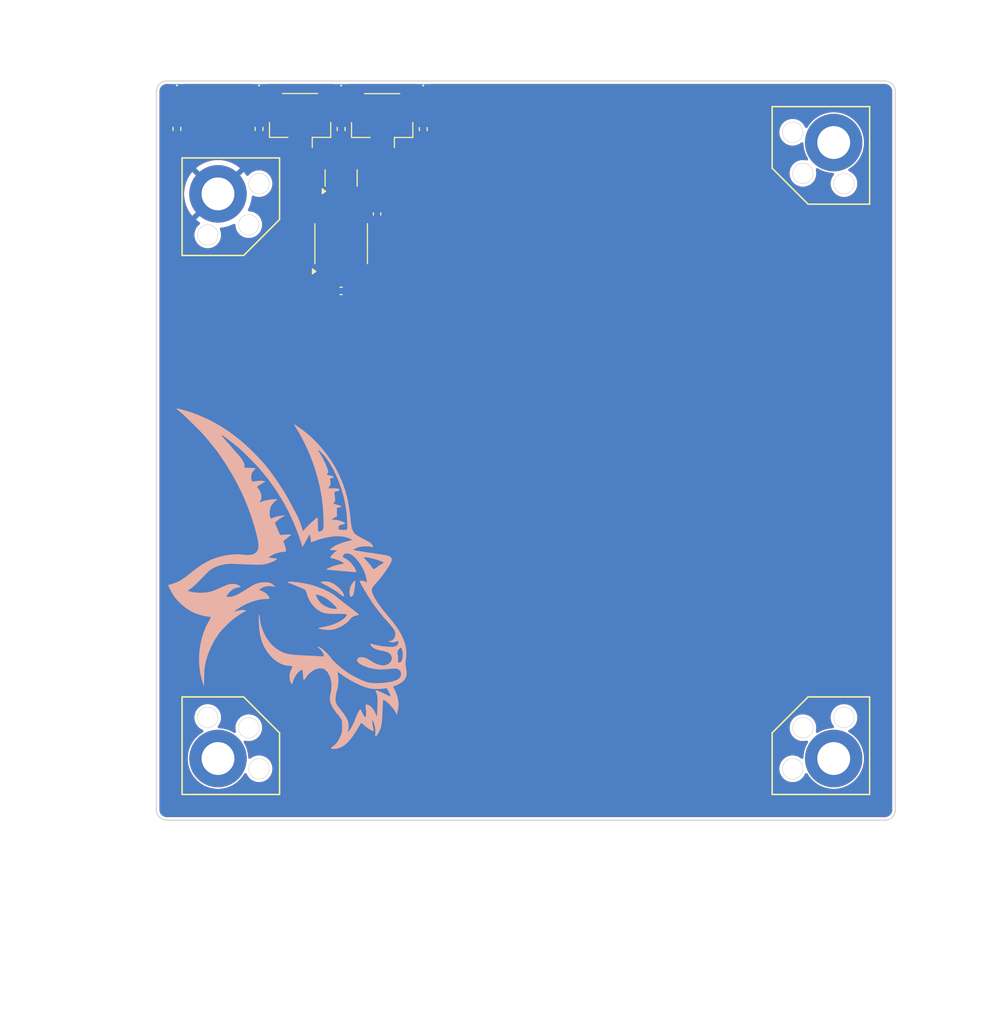
<source format=kicad_pcb>
(kicad_pcb (version 20241229) (generator "pcbnew") (generator_version "9.0")
  (layers (0 "F.Cu" signal) (4 "In1.Cu" power) (6 "In2.Cu" signal) (2 "B.Cu" signal) (13 "F.Paste" user) (15 "B.Paste" user) (5 "F.SilkS" user "F.Silkscreen") (7 "B.SilkS" user "B.Silkscreen") (1 "F.Mask" user) (3 "B.Mask" user) (25 "Edge.Cuts" user))
  (net 0 "")
  (net 1 "GND")
  (net 2 "+3V3")
  (net 3 "+5V")
  (net 4 "Net-(D5-A)")
  (net 5 "+24V")
  (net 6 "Net-(D3-A)")
  (net 7 "Net-(D6-A)")
  (net 8 "Net-(D4-A)")
  (net 9 "/CAN_TX")
  (net 10 "/CAN_RX")
  (net 11 "/CANL")
  (net 12 "/CANH")
  (net 13 "/CAR_HEARTBEAT")
  (net 14 "/MAIN_LOOP")
  (net 15 "/WARNING")
  (net 16 "/FAULT")
  (footprint "Package_TO_SOT_SMD:SOT-23-3" (layer "F.Cu") (at 132.5 41.695 90)
    (property "Reference" "D7" (hide yes))
    (property "Value" "ESDCAN24-2BLY" (hide yes))
    (pad "1" smd roundrect (at -1.1375 -0.95 90) (size 1.325 0.6) (layers "F.Cu" "F.Mask" "F.Paste") (net 12 "/CANH"))
    (pad "2" smd roundrect (at -1.1375 0.95 90) (size 1.325 0.6) (layers "F.Cu" "F.Mask" "F.Paste") (net 11 "/CANL"))
    (pad "3" smd roundrect (at 1.1375 0 90) (size 1.325 0.6) (layers "F.Cu" "F.Mask" "F.Paste") (net 1 "GND"))
  )
  (footprint "LED_SMD:LED_0402_1005Metric" (layer "F.Cu") (at 140.5 33.785 -90)
    (property "Reference" "D6" (hide yes))
    (property "Value" "RED")
    (pad "1" smd roundrect (at -0.485 0 270) (size 0.59 0.64) (layers "F.Cu" "F.Mask" "F.Paste") (net 1 "GND"))
    (pad "2" smd roundrect (at 0.485 0 270) (size 0.59 0.64) (layers "F.Cu" "F.Mask" "F.Paste") (net 7 "Net-(D6-A)"))
  )
  (footprint "Package_SO:SOIC-8_3.9x4.9mm_P1.27mm" (layer "F.Cu") (at 132.5 48.1 90)
    (property "Reference" "U7" (hide yes))
    (property "Value" "TCAN1042HGV" (hide yes))
    (pad "1" smd roundrect (at -2.475 -1.905 90) (size 1.95 0.6) (layers "F.Cu" "F.Mask" "F.Paste") (net 9 "/CAN_TX"))
    (pad "2" smd roundrect (at -2.475 -0.635 90) (size 1.95 0.6) (layers "F.Cu" "F.Mask" "F.Paste") (net 1 "GND"))
    (pad "3" smd roundrect (at -2.475 0.635 90) (size 1.95 0.6) (layers "F.Cu" "F.Mask" "F.Paste") (net 3 "+5V"))
    (pad "4" smd roundrect (at -2.475 1.905 90) (size 1.95 0.6) (layers "F.Cu" "F.Mask" "F.Paste") (net 10 "/CAN_RX"))
    (pad "5" smd roundrect (at 2.475 1.905 90) (size 1.95 0.6) (layers "F.Cu" "F.Mask" "F.Paste") (net 2 "+3V3"))
    (pad "6" smd roundrect (at 2.475 0.635 90) (size 1.95 0.6) (layers "F.Cu" "F.Mask" "F.Paste") (net 11 "/CANL"))
    (pad "7" smd roundrect (at 2.475 -0.635 90) (size 1.95 0.6) (layers "F.Cu" "F.Mask" "F.Paste") (net 12 "/CANH"))
    (pad "8" smd roundrect (at 2.475 -1.905 90) (size 1.95 0.6) (layers "F.Cu" "F.Mask" "F.Paste") (net 1 "GND"))
  )
  (footprint "Connector_JST:JST_GH_SM02B-GHS-TB_1x02-1MP_P1.25mm_Horizontal" (layer "F.Cu") (at 128.5 36.035 180)
    (property "Reference" "J2" (hide yes))
    (property "Value" "Conn_01x02_MountingPin" (hide yes))
    (pad "1" smd roundrect (at -0.625 -1.85 180) (size 0.6 1.7) (layers "F.Cu" "F.Mask" "F.Paste") (net 12 "/CANH"))
    (pad "2" smd roundrect (at 0.625 -1.85 180) (size 0.6 1.7) (layers "F.Cu" "F.Mask" "F.Paste") (net 11 "/CANL"))
    (pad "MP" smd roundrect (at -2.475 1.35 180) (size 1 2.7) (layers "F.Cu" "F.Mask" "F.Paste") (net 1 "GND"))
    (pad "MP" smd roundrect (at 2.475 1.35 180) (size 1 2.7) (layers "F.Cu" "F.Mask" "F.Paste") (net 1 "GND"))
  )
  (footprint "LED_SMD:LED_0402_1005Metric" (layer "F.Cu") (at 132.5 33.785 -90)
    (property "Reference" "D5" (hide yes))
    (property "Value" "YLW")
    (pad "1" smd roundrect (at -0.485 0 270) (size 0.59 0.64) (layers "F.Cu" "F.Mask" "F.Paste") (net 1 "GND"))
    (pad "2" smd roundrect (at 0.485 0 270) (size 0.59 0.64) (layers "F.Cu" "F.Mask" "F.Paste") (net 4 "Net-(D5-A)"))
  )
  (footprint "Resistor_SMD:R_0402_1005Metric" (layer "F.Cu") (at 124.5 36.92 90)
    (property "Reference" "R19" (hide yes))
    (property "Value" "500" (hide yes))
    (pad "1" smd roundrect (at -0.51 0 90) (size 0.54 0.64) (layers "F.Cu" "F.Mask" "F.Paste") (net 14 "/MAIN_LOOP"))
    (pad "2" smd roundrect (at 0.51 0 90) (size 0.54 0.64) (layers "F.Cu" "F.Mask" "F.Paste") (net 8 "Net-(D4-A)"))
  )
  (footprint "Capacitor_SMD:C_0402_1005Metric" (layer "F.Cu") (at 132.5 52.7 180)
    (property "Reference" "C21" (hide yes))
    (property "Value" "10u" (hide yes))
    (pad "1" smd roundrect (at -0.48 0 180) (size 0.56 0.62) (layers "F.Cu" "F.Mask" "F.Paste") (net 3 "+5V"))
    (pad "2" smd roundrect (at 0.48 0 180) (size 0.56 0.62) (layers "F.Cu" "F.Mask" "F.Paste") (net 1 "GND"))
  )
  (footprint "ev24-footprint-library:glv_mainboard_hole" (layer "F.Cu") (at 120.5 43.25)
    (property "Reference" "H1" (hide yes))
    (property "Value" "MountingHole_Pad" (hide yes))
    (fp_circle (center -1 4) (end 0 4) (stroke (width 0.05)) (fill no) (layer "Edge.Cuts"))
    (fp_circle (center 3 3) (end 4 3) (stroke (width 0.05)) (fill no) (layer "Edge.Cuts"))
    (fp_circle (center 4 -1) (end 5 -1) (stroke (width 0.05)) (fill no) (layer "Edge.Cuts"))
    (pad "1" thru_hole circle (at 0 0) (size 5.6 5.6) (drill 3.2) (layers "*.Cu" "*.Mask") (net 1 "GND"))
  )
  (footprint "Resistor_SMD:R_0402_1005Metric" (layer "F.Cu") (at 116.5 36.92 90)
    (property "Reference" "R18" (hide yes))
    (property "Value" "500" (hide yes))
    (pad "1" smd roundrect (at -0.51 0 90) (size 0.54 0.64) (layers "F.Cu" "F.Mask" "F.Paste") (net 13 "/CAR_HEARTBEAT"))
    (pad "2" smd roundrect (at 0.51 0 90) (size 0.54 0.64) (layers "F.Cu" "F.Mask" "F.Paste") (net 6 "Net-(D3-A)"))
  )
  (footprint "ev24-footprint-library:glv_mainboard_hole" (layer "F.Cu") (at 180.5 98.25 180)
    (property "Reference" "H4" (hide yes))
    (property "Value" "MountingHole_Pad" (hide yes))
    (fp_circle (center 4 -1) (end 5 -1) (stroke (width 0.05)) (fill no) (layer "Edge.Cuts"))
    (fp_circle (center 3 3) (end 4 3) (stroke (width 0.05)) (fill no) (layer "Edge.Cuts"))
    (fp_circle (center -1 4) (end 0 4) (stroke (width 0.05)) (fill no) (layer "Edge.Cuts"))
    (pad "1" thru_hole circle (at 0 0 180) (size 5.6 5.6) (drill 3.2) (layers "*.Cu" "*.Mask") (net 3 "+5V"))
  )
  (footprint "ev24-footprint-library:glv_mainboard_hole" (layer "F.Cu") (at 180.5 38.25 -90)
    (property "Reference" "H2" (hide yes))
    (property "Value" "MountingHole_Pad" (hide yes))
    (fp_circle (center -1 4) (end 0 4) (stroke (width 0.05)) (fill no) (layer "Edge.Cuts"))
    (fp_circle (center 3 3) (end 4 3) (stroke (width 0.05)) (fill no) (layer "Edge.Cuts"))
    (fp_circle (center 4 -1) (end 5 -1) (stroke (width 0.05)) (fill no) (layer "Edge.Cuts"))
    (pad "1" thru_hole circle (at 0 0 270) (size 5.6 5.6) (drill 3.2) (layers "*.Cu" "*.Mask") (net 5 "+24V"))
  )
  (footprint "Resistor_SMD:R_0402_1005Metric" (layer "F.Cu") (at 140.5 36.945 90)
    (property "Reference" "R21" (hide yes))
    (property "Value" "500" (hide yes))
    (pad "1" smd roundrect (at -0.51 0 90) (size 0.54 0.64) (layers "F.Cu" "F.Mask" "F.Paste") (net 16 "/FAULT"))
    (pad "2" smd roundrect (at 0.51 0 90) (size 0.54 0.64) (layers "F.Cu" "F.Mask" "F.Paste") (net 7 "Net-(D6-A)"))
  )
  (footprint "Capacitor_SMD:C_0402_1005Metric" (layer "F.Cu") (at 136 45.2 -90)
    (property "Reference" "C20" (hide yes))
    (property "Value" "10u" (hide yes))
    (pad "1" smd roundrect (at -0.48 0 270) (size 0.56 0.62) (layers "F.Cu" "F.Mask" "F.Paste") (net 1 "GND"))
    (pad "2" smd roundrect (at 0.48 0 270) (size 0.56 0.62) (layers "F.Cu" "F.Mask" "F.Paste") (net 2 "+3V3"))
  )
  (footprint "LED_SMD:LED_0402_1005Metric" (layer "F.Cu") (at 116.5 33.775 -90)
    (property "Reference" "D3" (hide yes))
    (property "Value" "BLU")
    (pad "1" smd roundrect (at -0.485 0 270) (size 0.59 0.64) (layers "F.Cu" "F.Mask" "F.Paste") (net 1 "GND"))
    (pad "2" smd roundrect (at 0.485 0 270) (size 0.59 0.64) (layers "F.Cu" "F.Mask" "F.Paste") (net 6 "Net-(D3-A)"))
  )
  (footprint "LED_SMD:LED_0402_1005Metric" (layer "F.Cu") (at 124.5 33.775 -90)
    (property "Reference" "D4" (hide yes))
    (property "Value" "GRN")
    (pad "1" smd roundrect (at -0.485 0 270) (size 0.59 0.64) (layers "F.Cu" "F.Mask" "F.Paste") (net 1 "GND"))
    (pad "2" smd roundrect (at 0.485 0 270) (size 0.59 0.64) (layers "F.Cu" "F.Mask" "F.Paste") (net 8 "Net-(D4-A)"))
  )
  (footprint "Resistor_SMD:R_0402_1005Metric" (layer "F.Cu") (at 132.5 36.93 90)
    (property "Reference" "R20" (hide yes))
    (property "Value" "500" (hide yes))
    (pad "1" smd roundrect (at -0.51 0 90) (size 0.54 0.64) (layers "F.Cu" "F.Mask" "F.Paste") (net 15 "/WARNING"))
    (pad "2" smd roundrect (at 0.51 0 90) (size 0.54 0.64) (layers "F.Cu" "F.Mask" "F.Paste") (net 4 "Net-(D5-A)"))
  )
  (footprint "Connector_JST:JST_GH_SM02B-GHS-TB_1x02-1MP_P1.25mm_Horizontal" (layer "F.Cu") (at 136.5 36.045 180)
    (property "Reference" "J3" (hide yes))
    (property "Value" "Conn_01x02_MountingPin" (hide yes))
    (pad "1" smd roundrect (at -0.625 -1.85 180) (size 0.6 1.7) (layers "F.Cu" "F.Mask" "F.Paste") (net 12 "/CANH"))
    (pad "2" smd roundrect (at 0.625 -1.85 180) (size 0.6 1.7) (layers "F.Cu" "F.Mask" "F.Paste") (net 11 "/CANL"))
    (pad "MP" smd roundrect (at -2.475 1.35 180) (size 1 2.7) (layers "F.Cu" "F.Mask" "F.Paste") (net 1 "GND"))
    (pad "MP" smd roundrect (at 2.475 1.35 180) (size 1 2.7) (layers "F.Cu" "F.Mask" "F.Paste") (net 1 "GND"))
  )
  (footprint "ev24-footprint-library:glv_mainboard_hole" (layer "F.Cu") (at 120.5 98.25 90)
    (property "Reference" "H3" (hide yes))
    (property "Value" "MountingHole_Pad" (hide yes))
    (fp_circle (center 4 -1) (end 5 -1) (stroke (width 0.05)) (fill no) (layer "Edge.Cuts"))
    (fp_circle (center 3 3) (end 4 3) (stroke (width 0.05)) (fill no) (layer "Edge.Cuts"))
    (fp_circle (center -1 4) (end 0 4) (stroke (width 0.05)) (fill no) (layer "Edge.Cuts"))
    (pad "1" thru_hole circle (at 0 0 90) (size 5.6 5.6) (drill 3.2) (layers "*.Cu" "*.Mask") (net 2 "+3V3"))
  )
  (gr_poly (pts (xy 130.776629 80.999203) (xy 130.696612 81.002308) (xy 130.630867 81.007709) (xy 130.579367 81.015654) (xy 130.558952 81.020657) (xy 130.54209 81.02639) (xy 130.528777 81.032883) (xy 130.519011 81.040166) (xy 130.512788 81.048271) (xy 130.510106 81.05723) (xy 130.510961 81.067072) (xy 130.515351 81.077829) (xy 130.523272 81.089531) (xy 130.534722 81.102211) (xy 130.549697 81.115899) (xy 130.568195 81.130625) (xy 130.615745 81.163319) (xy 130.677349 81.200539) (xy 130.752982 81.242535) (xy 130.842621 81.289555) (xy 130.946241 81.341845) (xy 131.146646 81.445118) (xy 131.352987 81.55798) (xy 131.558307 81.676128) (xy 131.755648 81.795257) (xy 131.938053 81.911063) (xy 132.098564 82.019242) (xy 132.230224 82.115489) (xy 132.283061 82.157793) (xy 132.326075 82.1955) (xy 132.337779 82.206097) (xy 132.350919 82.217437) (xy 132.380933 82.241936) (xy 132.414973 82.268174) (xy 132.451892 82.295324) (xy 132.490544 82.322563) (xy 132.529783 82.349066) (xy 132.568465 82.374008) (xy 132.605442 82.396565) (xy 132.662319 82.429888) (xy 132.685367 82.442964) (xy 132.705153 82.453641) (xy 132.721925 82.461914) (xy 132.735933 82.467778) (xy 132.741978 82.469805) (xy 132.747426 82.471227) (xy 132.752307 82.472043) (xy 132.756652 82.472254) (xy 132.760493 82.471859) (xy 132.763861 82.470856) (xy 132.766786 82.469245) (xy 132.769301 82.467025) (xy 132.771435 82.464196) (xy 132.773221 82.460757) (xy 132.774689 82.456707) (xy 132.77587 82.452045) (xy 132.777497 82.440885) (xy 132.778352 82.42727) (xy 132.778736 82.392654) (xy 132.777121 82.361114) (xy 132.772342 82.328086) (xy 132.764495 82.293674) (xy 132.753678 82.257984) (xy 132.739989 82.221121) (xy 132.723526 82.183189) (xy 132.704385 82.144295) (xy 132.682664 82.104543) (xy 132.631874 82.022885) (xy 132.571936 81.939057) (xy 132.50363 81.8539) (xy 132.427735 81.768255) (xy 132.345033 81.682961) (xy 132.256302 81.598861) (xy 132.162324 81.516796) (xy 132.063879 81.437605) (xy 131.961746 81.36213) (xy 131.856706 81.291212) (xy 131.749539 81.225691) (xy 131.641026 81.166409) (xy 131.594894 81.143167) (xy 131.551173 81.122077) (xy 131.509483 81.103042) (xy 131.469445 81.085966) (xy 131.430677 81.070754) (xy 131.392802 81.057309) (xy 131.355438 81.045534) (xy 131.318208 81.035334) (xy 131.28073 81.026613) (xy 131.242625 81.019274) (xy 131.203513 81.013222) (xy 131.163016 81.008359) (xy 131.120752 81.004591) (xy 131.076343 81.00182) (xy 131.029409 80.999951) (xy 130.979569 80.998887) (xy 130.87094 80.998145)) (fill yes) (layer "B.SilkS"))
  (gr_poly (pts (xy 133.851451 80.925022) (xy 133.84707 80.925946) (xy 133.842321 80.927378) (xy 133.837219 80.929307) (xy 133.831778 80.931722) (xy 133.826012 80.934613) (xy 133.819935 80.937968) (xy 133.813562 80.941778) (xy 133.799983 80.950715) (xy 133.785388 80.961338) (xy 133.769891 80.973561) (xy 133.753606 80.987298) (xy 133.736647 81.002463) (xy 133.719126 81.018968) (xy 133.701159 81.036728) (xy 133.682857 81.055657) (xy 133.664335 81.075668) (xy 133.645707 81.096675) (xy 133.59447 81.160797) (xy 133.546868 81.230551) (xy 133.503077 81.305165) (xy 133.463268 81.383869) (xy 133.427616 81.465891) (xy 133.396295 81.550461) (xy 133.369479 81.636808) (xy 133.34734 81.72416) (xy 133.330054 81.811746) (xy 133.317794 81.898795) (xy 133.310734 81.984537) (xy 133.309046 82.0682) (xy 133.312906 82.149013) (xy 133.322487 82.226204) (xy 133.337963 82.299004) (xy 133.347966 82.333516) (xy 133.359507 82.366641) (xy 133.369812 82.392837) (xy 133.379721 82.415886) (xy 133.389426 82.435856) (xy 133.394261 82.444708) (xy 133.399118 82.452815) (xy 133.404019 82.460187) (xy 133.408989 82.466831) (xy 133.414051 82.472756) (xy 133.41923 82.47797) (xy 133.42455 82.482483) (xy 133.430034 82.486302) (xy 133.435706 82.489436) (xy 133.44159 82.491893) (xy 133.447711 82.493682) (xy 133.454092 82.494812) (xy 133.460757 82.49529) (xy 133.467729 82.495125) (xy 133.475034 82.494327) (xy 133.482695 82.492902) (xy 133.490736 82.49086) (xy 133.49918 82.488209) (xy 133.508052 82.484958) (xy 133.517376 82.481115) (xy 133.537474 82.471687) (xy 133.559666 82.459992) (xy 133.584144 82.4461) (xy 133.584144 82.446101) (xy 133.588877 82.443124) (xy 133.593682 82.439676) (xy 133.59855 82.435772) (xy 133.603471 82.431428) (xy 133.613439 82.421487) (xy 133.623512 82.409979) (xy 133.633618 82.397034) (xy 133.643684 82.382779) (xy 133.653638 82.367342) (xy 133.663406 82.350852) (xy 133.672915 82.333435) (xy 133.682094 82.315221) (xy 133.690868 82.296337) (xy 133.699166 82.276912) (xy 133.706914 82.257073) (xy 133.71404 82.236949) (xy 133.72047 82.216667) (xy 133.726133 82.196356) (xy 133.758355 82.04957) (xy 133.790134 81.866039) (xy 133.81961 81.662461) (xy 133.844923 81.455539) (xy 133.864213 81.261971) (xy 133.87562 81.098457) (xy 133.877787 81.03319) (xy 133.877285 80.981699) (xy 133.873883 80.946072) (xy 133.867347 80.928396) (xy 133.865016 80.92662) (xy 133.862247 80.925405) (xy 133.859054 80.924741) (xy 133.85545 80.924617)) (fill yes) (layer "B.SilkS"))
  (gr_poly (pts (xy 127.546999 81.02173) (xy 127.493196 81.023961) (xy 127.444893 81.027584) (xy 127.402259 81.032492) (xy 127.365463 81.038581) (xy 127.334675 81.045744) (xy 127.310064 81.053876) (xy 127.300128 81.058272) (xy 127.2918 81.062871) (xy 127.2851 81.067659) (xy 127.280051 81.072623) (xy 127.276672 81.07775) (xy 127.274986 81.083027) (xy 127.275014 81.088441) (xy 127.276776 81.093977) (xy 127.280295 81.099624) (xy 127.28559 81.105368) (xy 127.292683 81.111195) (xy 127.301596 81.117092) (xy 127.324965 81.129046) (xy 127.355864 81.141123) (xy 127.394465 81.153218) (xy 127.539323 81.201078) (xy 127.74397 81.277377) (xy 127.985684 81.372656) (xy 128.241744 81.477459) (xy 128.489429 81.582328) (xy 128.706018 81.677807) (xy 128.86879 81.754438) (xy 128.922895 81.782731) (xy 128.955024 81.802765) (xy 128.961915 81.808339) (xy 128.968819 81.814484) (xy 128.982647 81.828442) (xy 128.996466 81.844554) (xy 129.010234 81.862733) (xy 129.02391 81.882896) (xy 129.037451 81.904956) (xy 129.050815 81.928827) (xy 129.063959 81.954425) (xy 129.076843 81.981664) (xy 129.089422 82.010458) (xy 129.101657 82.040722) (xy 129.113504 82.072371) (xy 129.124921 82.105318) (xy 129.135867 82.13948) (xy 129.146299 82.17477) (xy 129.156175 82.211102) (xy 129.189825 82.327583) (xy 129.230075 82.444417) (xy 129.276533 82.561041) (xy 129.328805 82.676893) (xy 129.386499 82.79141) (xy 129.449222 82.904029) (xy 129.516582 83.014187) (xy 129.588185 83.121322) (xy 129.663639 83.224872) (xy 129.742552 83.324273) (xy 129.82453 83.418963) (xy 129.90918 83.50838) (xy 129.996111 83.59196) (xy 130.08493 83.669142) (xy 130.175243 83.739361) (xy 130.266657 83.802057) (xy 130.355652 83.857363) (xy 130.441531 83.907014) (xy 130.525699 83.951285) (xy 130.609564 83.990454) (xy 130.694532 84.024797) (xy 130.782007 84.054588) (xy 130.873397 84.080106) (xy 130.970107 84.101626) (xy 131.073544 84.119423) (xy 131.185113 84.133775) (xy 131.306221 84.144958) (xy 131.438273 84.153247) (xy 131.582676 84.15892) (xy 131.740835 84.162252) (xy 131.914157 84.163519) (xy 132.104047 84.162997) (xy 132.452183 84.161943) (xy 132.712879 84.166319) (xy 132.812946 84.171614) (xy 132.894163 84.17955) (xy 132.957534 84.190556) (xy 133.004062 84.20506) (xy 133.021324 84.213756) (xy 133.034751 84.223488) (xy 133.04447 84.234308) (xy 133.050604 84.24627) (xy 133.053281 84.259427) (xy 133.052625 84.273834) (xy 133.048761 84.289542) (xy 133.041816 84.306606) (xy 133.019181 84.345016) (xy 132.985725 84.389491) (xy 132.890357 84.498347) (xy 132.817819 84.571869) (xy 132.735788 84.644181) (xy 132.644721 84.71508) (xy 132.545072 84.784362) (xy 132.437296 84.851823) (xy 132.321847 84.91726) (xy 132.199179 84.980467) (xy 132.069749 85.041242) (xy 131.934009 85.099381) (xy 131.792416 85.154679) (xy 131.645423 85.206933) (xy 131.493486 85.255938) (xy 131.337059 85.301492) (xy 131.176596 85.34339) (xy 131.012553 85.381428) (xy 130.845383 85.415402) (xy 130.722776 85.439637) (xy 130.610121 85.463956) (xy 130.50976 85.487705) (xy 130.424035 85.510229) (xy 130.355289 85.530873) (xy 130.305864 85.548984) (xy 130.289129 85.556884) (xy 130.278102 85.563906) (xy 130.273076 85.569966) (xy 130.272905 85.572611) (xy 130.274345 85.574984) (xy 130.281923 85.580979) (xy 130.292612 85.58712) (xy 130.322708 85.59975) (xy 130.363402 85.612691) (xy 130.413464 85.625762) (xy 130.471663 85.63878) (xy 130.53677 85.651564) (xy 130.682784 85.675698) (xy 130.841662 85.696708) (xy 131.003564 85.713135) (xy 131.082572 85.719175) (xy 131.158646 85.723523) (xy 131.230553 85.725997) (xy 131.297065 85.726414) (xy 131.361221 85.724263) (xy 131.432076 85.719294) (xy 131.507291 85.711828) (xy 131.58453 85.702184) (xy 131.661455 85.690685) (xy 131.735728 85.67765) (xy 131.805012 85.6634) (xy 131.866969 85.648256) (xy 131.866972 85.648254) (xy 131.962756 85.619564) (xy 132.063071 85.58411) (xy 132.166775 85.542592) (xy 132.272724 85.495709) (xy 132.379775 85.444162) (xy 132.486785 85.388648) (xy 132.592611 85.329869) (xy 132.696109 85.268524) (xy 132.796137 85.205313) (xy 132.891551 85.140934) (xy 132.981208 85.076088) (xy 133.063965 85.011474) (xy 133.138679 84.947792) (xy 133.204206 84.885742) (xy 133.259404 84.826023) (xy 133.303129 84.769334) (xy 133.335696 84.723976) (xy 133.369766 84.680838) (xy 133.405302 84.639943) (xy 133.442267 84.601317) (xy 133.480624 84.564983) (xy 133.520336 84.530966) (xy 133.561365 84.49929) (xy 133.603674 84.46998) (xy 133.647226 84.44306) (xy 133.691983 84.418554) (xy 133.737909 84.396488) (xy 133.784966 84.376884) (xy 133.833118 84.359768) (xy 133.882325 84.345164) (xy 133.932553 84.333097) (xy 133.983762 84.32359) (xy 134.029708 84.315506) (xy 134.073602 84.306297) (xy 134.114411 84.296283) (xy 134.151099 84.285784) (xy 134.182632 84.275122) (xy 134.196142 84.26983) (xy 134.207976 84.264618) (xy 134.218004 84.259525) (xy 134.226097 84.254592) (xy 134.232125 84.249859) (xy 134.23596 84.245366) (xy 134.236519 84.242616) (xy 134.235528 84.238748) (xy 134.233023 84.233792) (xy 134.229041 84.227781) (xy 134.216789 84.212715) (xy 134.199064 84.1938) (xy 134.17616 84.171287) (xy 134.148369 84.145424) (xy 134.115982 84.116463) (xy 134.079292 84.084653) (xy 134.038591 84.050244) (xy 133.994172 84.013487) (xy 133.946326 83.974631) (xy 133.895346 83.933927) (xy 133.785153 83.847973) (xy 133.665931 83.757626) (xy 133.484276 83.619856) (xy 132.090815 83.619856) (xy 132.089524 83.62707) (xy 132.085724 83.633649) (xy 132.079522 83.639599) (xy 132.071026 83.644927) (xy 132.060344 83.649641) (xy 132.047583 83.653747) (xy 132.032853 83.657252) (xy 132.016261 83.660165) (xy 131.97792 83.664238) (xy 131.933425 83.666022) (xy 131.883638 83.665576) (xy 131.829423 83.662954) (xy 131.771643 83.658215) (xy 131.711161 83.651414) (xy 131.648839 83.642609) (xy 131.585542 83.631856) (xy 131.522132 83.619212) (xy 131.459473 83.604733) (xy 131.398426 83.588477) (xy 131.339857 83.5705) (xy 131.33986 83.5705) (xy 131.226349 83.530433) (xy 131.117891 83.486783) (xy 131.014454 83.43952) (xy 130.916003 83.388614) (xy 130.822504 83.334034) (xy 130.733923 83.275752) (xy 130.650228 83.213736) (xy 130.571383 83.147957) (xy 130.497354 83.078385) (xy 130.428109 83.004991) (xy 130.363614 82.927743) (xy 130.303833 82.846612) (xy 130.248734 82.761569) (xy 130.198283 82.672582) (xy 130.152446 82.579623) (xy 130.111189 82.482661) (xy 130.030482 82.277733) (xy 130.244462 82.311949) (xy 130.302089 82.32331) (xy 130.364395 82.339563) (xy 130.430753 82.360381) (xy 130.500535 82.385441) (xy 130.573113 82.414415) (xy 130.647859 82.446979) (xy 130.724145 82.482808) (xy 130.801343 82.521577) (xy 130.878826 82.562959) (xy 130.955966 82.60663) (xy 131.032135 82.652265) (xy 131.106705 82.699537) (xy 131.179049 82.748122) (xy 131.248538 82.797695) (xy 131.314545 82.84793) (xy 131.376441 82.898501) (xy 131.509455 83.014023) (xy 131.638407 83.130812) (xy 131.759082 83.244614) (xy 131.867268 83.351171) (xy 131.958748 83.44623) (xy 132.029309 83.525534) (xy 132.055428 83.557948) (xy 132.074736 83.584828) (xy 132.086708 83.605641) (xy 132.089777 83.613607) (xy 132.090815 83.619856) (xy 133.484276 83.619856) (xy 133.24323 83.437042) (xy 132.77873 83.07751) (xy 132.350526 82.740007) (xy 132.036707 82.485508) (xy 131.929312 82.400405) (xy 131.810693 82.314983) (xy 131.681648 82.229607) (xy 131.542976 82.144641) (xy 131.395475 82.06045) (xy 131.239944 81.977398) (xy 131.077179 81.895851) (xy 130.90798 81.816172) (xy 130.733145 81.738726) (xy 130.553471 81.663877) (xy 130.369758 81.591991) (xy 130.182803 81.523431) (xy 129.993404 81.458562) (xy 129.80236 81.397749) (xy 129.610468 81.341357) (xy 129.418528 81.289749) (xy 129.228505 81.246141) (xy 128.996184 81.200669) (xy 128.737497 81.155697) (xy 128.468373 81.113585) (xy 128.204744 81.076697) (xy 127.962541 81.047395) (xy 127.757693 81.02804) (xy 127.606132 81.020996)) (fill yes) (layer "B.SilkS"))
  (gr_poly (pts (xy 116.474018 64.152635) (xy 116.466952 64.155218) (xy 116.462124 64.158796) (xy 116.459481 64.163369) (xy 116.458972 64.168939) (xy 116.460544 64.175504) (xy 116.464145 64.183067) (xy 116.477228 64.201182) (xy 116.497805 64.22329) (xy 116.525461 64.249391) (xy 116.559779 64.27949) (xy 117.036027 64.684848) (xy 117.208084 64.839794) (xy 117.45712 65.075482) (xy 118.085294 65.689151) (xy 118.718884 66.325989) (xy 118.974689 66.590639) (xy 119.156223 66.786131) (xy 119.206224 66.843145) (xy 119.267113 66.914082) (xy 119.412147 67.086433) (xy 119.572519 67.280612) (xy 119.72942 67.474047) (xy 120.177158 68.030702) (xy 120.268522 68.146059) (xy 120.368683 68.277943) (xy 120.477505 68.426159) (xy 120.594853 68.590517) (xy 120.720591 68.770823) (xy 120.854583 68.966885) (xy 120.996694 69.17851) (xy 121.146787 69.405506) (xy 121.408182 69.811969) (xy 121.6598 70.220257) (xy 121.901743 70.6306) (xy 122.134117 71.043229) (xy 122.357024 71.458376) (xy 122.570567 71.876272) (xy 122.774851 72.297148) (xy 122.969978 72.721235) (xy 123.156052 73.148763) (xy 123.333176 73.579966) (xy 123.501455 74.015072) (xy 123.66099 74.454314) (xy 123.811887 74.897923) (xy 123.954248 75.34613) (xy 124.088177 75.799166) (xy 124.213776 76.257261) (xy 124.27461 76.495833) (xy 124.325994 76.715168) (xy 124.367825 76.916233) (xy 124.4 77.1) (xy 124.422417 77.267436) (xy 124.43497 77.419513) (xy 124.437559 77.557198) (xy 124.430078 77.681463) (xy 124.412426 77.793275) (xy 124.384498 77.893604) (xy 124.346192 77.983421) (xy 124.297404 78.063693) (xy 124.238031 78.135391) (xy 124.16797 78.199484) (xy 124.087118 78.256942) (xy 123.995371 78.308734) (xy 123.945951 78.332392) (xy 123.896107 78.353276) (xy 123.845169 78.371423) (xy 123.792464 78.38687) (xy 123.73732 78.399653) (xy 123.679064 78.409809) (xy 123.617024 78.417375) (xy 123.550528 78.422385) (xy 123.478904 78.424879) (xy 123.40148 78.424891) (xy 123.317583 78.422458) (xy 123.226541 78.417617) (xy 123.127682 78.410404) (xy 123.020334 78.400857) (xy 122.903825 78.38901) (xy 122.777482 78.374902) (xy 122.652428 78.362223) (xy 122.531308 78.353941) (xy 122.410534 78.350143) (xy 122.28652 78.350917) (xy 122.155682 78.35635) (xy 122.014433 78.36653) (xy 121.859188 78.381543) (xy 121.686359 78.401478) (xy 121.412523 78.439121) (xy 121.148882 78.483913) (xy 120.894139 78.536452) (xy 120.647002 78.597338) (xy 120.406175 78.667169) (xy 120.170363 78.746544) (xy 119.938273 78.836061) (xy 119.70861 78.936318) (xy 119.480079 79.047915) (xy 119.251385 79.17145) (xy 119.021234 79.307521) (xy 118.788332 79.456727) (xy 118.551383 79.619666) (xy 118.309094 79.796938) (xy 118.060169 79.98914) (xy 117.803315 80.196872) (xy 117.551534 80.398754) (xy 117.430361 80.491249) (xy 117.312118 80.578239) (xy 117.196642 80.659822) (xy 117.083772 80.736093) (xy 116.973345 80.807148) (xy 116.8652 80.873083) (xy 116.759175 80.933994) (xy 116.655108 80.989977) (xy 116.552837 81.041127) (xy 116.4522 81.08754) (xy 116.353036 81.129313) (xy 116.255182 81.16654) (xy 116.158476 81.199319) (xy 116.062757 81.227745) (xy 115.909449 81.27106) (xy 115.781204 81.309231) (xy 115.691445 81.338129) (xy 115.665194 81.34781) (xy 115.65746 81.351233) (xy 115.653599 81.353624) (xy 115.651298 81.359338) (xy 115.651487 81.369165) (xy 115.658869 81.400265) (xy 115.674816 81.445145) (xy 115.6984 81.502029) (xy 115.728691 81.569137) (xy 115.764761 81.644693) (xy 115.850518 81.814033) (xy 115.948241 81.995827) (xy 116.050497 82.175851) (xy 116.149853 82.339881) (xy 116.196121 82.411454) (xy 116.238877 82.473695) (xy 116.319103 82.581587) (xy 116.405634 82.689574) (xy 116.497985 82.797245) (xy 116.595673 82.904186) (xy 116.698212 83.009986) (xy 116.805117 83.11423) (xy 116.915905 83.216507) (xy 117.03009 83.316403) (xy 117.147188 83.413506) (xy 117.266715 83.507404) (xy 117.388185 83.597682) (xy 117.511115 83.683929) (xy 117.635019 83.765732) (xy 117.759414 83.842678) (xy 117.883813 83.914354) (xy 118.007734 83.980348) (xy 118.075087 84.013241) (xy 118.148473 84.046376) (xy 118.310387 84.11246) (xy 118.487558 84.176777) (xy 118.674067 84.237502) (xy 118.863995 84.292809) (xy 119.051424 84.340876) (xy 119.230433 84.379878) (xy 119.314932 84.395409) (xy 119.395106 84.407989) (xy 119.546818 84.431004) (xy 119.614456 84.442352) (xy 119.674381 84.453174) (xy 119.724919 84.463154) (xy 119.764395 84.471976) (xy 119.791134 84.479326) (xy 119.799204 84.48235) (xy 119.803462 84.484887) (xy 119.804349 84.486427) (xy 119.804737 84.488752) (xy 119.804636 84.491839) (xy 119.804056 84.495667) (xy 119.801506 84.505464) (xy 119.797171 84.517972) (xy 119.791136 84.533021) (xy 119.783487 84.550438) (xy 119.77431 84.570056) (xy 119.763689 84.591702) (xy 119.75171 84.615206) (xy 119.738459 84.640398) (xy 119.708479 84.695163) (xy 119.674433 84.754634) (xy 119.637003 84.817445) (xy 119.486909 85.080716) (xy 119.348396 85.356683) (xy 119.221696 85.644039) (xy 119.107039 85.941479) (xy 119.004655 86.2477) (xy 118.914773 86.561394) (xy 118.837625 86.881256) (xy 118.773441 87.205983) (xy 118.72245 87.534267) (xy 118.684883 87.864804) (xy 118.660971 88.196289) (xy 118.650942 88.527416) (xy 118.655028 88.856879) (xy 118.673459 89.183375) (xy 118.706465 89.505597) (xy 118.754276 89.822239) (xy 118.794902 90.035368) (xy 118.841536 90.251402) (xy 118.89186 90.461935) (xy 118.94355 90.65856) (xy 118.994287 90.832871) (xy 119.041747 90.976463) (xy 119.083611 91.080928) (xy 119.101719 91.115862) (xy 119.117558 91.137861) (xy 119.119363 91.138647) (xy 119.121153 91.137274) (xy 119.122925 91.133791) (xy 119.124678 91.128251) (xy 119.128114 91.111199) (xy 119.131441 91.086527) (xy 119.13464 91.054639) (xy 119.137691 91.015945) (xy 119.14327 90.91976) (xy 119.148023 90.801229) (xy 119.151792 90.663607) (xy 119.154421 90.510149) (xy 119.155753 90.344111) (xy 119.159869 90.036838) (xy 119.170957 89.764881) (xy 119.179664 89.638624) (xy 119.190769 89.516973) (xy 119.204493 89.398516) (xy 119.221053 89.281847) (xy 119.24067 89.165557) (xy 119.26356 89.048238) (xy 119.289943 88.928481) (xy 119.320038 88.804878) (xy 119.392239 88.540501) (xy 119.48191 88.24384) (xy 119.514999 88.142608) (xy 119.552198 88.037178) (xy 119.637773 87.816114) (xy 119.736336 87.585425) (xy 119.845586 87.349889) (xy 119.963221 87.114284) (xy 120.086942 86.883386) (xy 120.214447 86.661975) (xy 120.343436 86.454826) (xy 120.462316 86.273472) (xy 120.564162 86.123712) (xy 120.611801 86.056975) (xy 120.658905 85.993689) (xy 120.706715 85.932373) (xy 120.756474 85.871543) (xy 120.809422 85.809719) (xy 120.8668 85.745417) (xy 120.92985 85.677155) (xy 120.999813 85.603451) (xy 121.165444 85.433787) (xy 121.373621 85.224566) (xy 121.469333 85.130641) (xy 121.567589 85.037849) (xy 121.668088 84.946412) (xy 121.77053 84.856555) (xy 121.874615 84.768501) (xy 121.980043 84.682474) (xy 122.086513 84.598698) (xy 122.193724 84.517395) (xy 122.301377 84.43879) (xy 122.409171 84.363105) (xy 122.516805 84.290566) (xy 122.623979 84.221394) (xy 122.730393 84.155814) (xy 122.835746 84.09405) (xy 122.939739 84.036324) (xy 123.042069 83.982861) (xy 123.111305 83.947187) (xy 123.139492 83.931965) (xy 123.163554 83.918289) (xy 123.183611 83.906012) (xy 123.199783 83.894987) (xy 123.21219 83.885066) (xy 123.21702 83.880473) (xy 123.220954 83.876102) (xy 123.224007 83.871933) (xy 123.226195 83.867947) (xy 123.227531 83.864128) (xy 123.228033 83.860455) (xy 123.227714 83.856911) (xy 123.226589 83.853477) (xy 123.224674 83.850136) (xy 123.221984 83.846867) (xy 123.218533 83.843654) (xy 123.214338 83.840478) (xy 123.203771 83.83416) (xy 123.190405 83.827768) (xy 123.17436 83.821154) (xy 123.140966 83.809592) (xy 123.104835 83.79986) (xy 123.066176 83.791951) (xy 123.025199 83.785857) (xy 122.982112 83.781569) (xy 122.937125 83.779078) (xy 122.890447 83.778376) (xy 122.842286 83.779455) (xy 122.792851 83.782306) (xy 122.742352 83.786922) (xy 122.690998 83.793292) (xy 122.638997 83.80141) (xy 122.586558 83.811267) (xy 122.533892 83.822853) (xy 122.481205 83.836162) (xy 122.428709 83.851184) (xy 122.301896 83.888649) (xy 122.251764 83.902361) (xy 122.21042 83.91253) (xy 122.17782 83.919011) (xy 122.153918 83.921657) (xy 122.145214 83.921496) (xy 122.138668 83.920321) (xy 122.134273 83.918114) (xy 122.132024 83.914857) (xy 122.131916 83.910531) (xy 122.133942 83.905118) (xy 122.138097 83.8986) (xy 122.144375 83.890959) (xy 122.163278 83.872232) (xy 122.190606 83.848792) (xy 122.226313 83.820491) (xy 122.270354 83.787184) (xy 122.383253 83.704963) (xy 122.540627 83.596834) (xy 122.704858 83.493388) (xy 122.875041 83.394942) (xy 123.050271 83.301811) (xy 123.229643 83.214313) (xy 123.412252 83.132763) (xy 123.597193 83.057478) (xy 123.783562 82.988775) (xy 123.970453 82.926969) (xy 124.156962 82.872378) (xy 124.342183 82.825318) (xy 124.525213 82.786104) (xy 124.705145 82.755054) (xy 124.881075 82.732483) (xy 125.052099 82.718709) (xy 125.21731 82.714047) (xy 125.287228 82.713024) (xy 125.349083 82.710005) (xy 125.376866 82.70777) (xy 125.402487 82.705064) (xy 125.425898 82.701897) (xy 125.447051 82.698277) (xy 125.465897 82.694214) (xy 125.482388 82.689717) (xy 125.496474 82.684795) (xy 125.508109 82.679459) (xy 125.517242 82.673716) (xy 125.523826 82.667577) (xy 125.527812 82.661051) (xy 125.528815 82.657646) (xy 125.529151 82.654147) (xy 125.527666 82.632179) (xy 125.523295 82.60896) (xy 125.516165 82.584604) (xy 125.506403 82.559224) (xy 125.494134 82.532934) (xy 125.479486 82.505846) (xy 125.462586 82.478074) (xy 125.44356 82.449732) (xy 125.399636 82.391789) (xy 125.348728 82.332923) (xy 125.291849 82.274041) (xy 125.230012 82.216049) (xy 125.164231 82.159854) (xy 125.095517 82.106362) (xy 125.024886 82.05648) (xy 124.953349 82.011115) (xy 124.881919 81.971172) (xy 124.811611 81.937558) (xy 124.777194 81.923408) (xy 124.743437 81.91118) (xy 124.710467 81.900988) (xy 124.67841 81.892944) (xy 124.643703 81.884869) (xy 124.613738 81.876819) (xy 124.60054 81.87275) (xy 124.588533 81.868626) (xy 124.577722 81.864424) (xy 124.568107 81.860123) (xy 124.559691 81.855704) (xy 124.552476 81.851145) (xy 124.546465 81.846425) (xy 124.54166 81.841524) (xy 124.538062 81.83642) (xy 124.535676 81.831093) (xy 124.534501 81.825522) (xy 124.534542 81.819685) (xy 124.5358 81.813564) (xy 124.538277 81.807135) (xy 124.541976 81.800379) (xy 124.546899 81.793275) (xy 124.553048 81.785801) (xy 124.560426 81.777938) (xy 124.569034 81.769663) (xy 124.578875 81.760957) (xy 124.589952 81.751798) (xy 124.602266 81.742166) (xy 124.630616 81.721399) (xy 124.663943 81.698487) (xy 124.702265 81.673265) (xy 124.769318 81.632928) (xy 124.839614 81.596545) (xy 124.912871 81.564149) (xy 124.988804 81.535772) (xy 125.067129 81.511448) (xy 125.147562 81.491211) (xy 125.22982 81.475093) (xy 125.313618 81.463128) (xy 125.398673 81.455348) (xy 125.484701 81.451788) (xy 125.571418 81.452479) (xy 125.658541 81.457456) (xy 125.745784 81.466752) (xy 125.832865 81.4804) (xy 125.919499 81.498432) (xy 126.005402 81.520883) (xy 126.026338 81.526758) (xy 126.044267 81.531334) (xy 126.059125 81.534458) (xy 126.065382 81.535426) (xy 126.070848 81.535973) (xy 126.075514 81.536079) (xy 126.079372 81.535726) (xy 126.082413 81.534893) (xy 126.084631 81.533561) (xy 126.085428 81.532703) (xy 126.086017 81.531712) (xy 126.086562 81.529325) (xy 126.086259 81.526382) (xy 126.085099 81.522863) (xy 126.083076 81.518748) (xy 126.080179 81.514019) (xy 126.076403 81.508656) (xy 126.071737 81.50264) (xy 126.059708 81.488571) (xy 126.044028 81.471656) (xy 126.024633 81.451743) (xy 126.001457 81.428675) (xy 125.943507 81.372458) (xy 125.896159 81.329371) (xy 125.847511 81.289981) (xy 125.797322 81.254224) (xy 125.745347 81.222034) (xy 125.691346 81.193345) (xy 125.635074 81.168092) (xy 125.57629 81.146211) (xy 125.514751 81.127636) (xy 125.450214 81.112302) (xy 125.382437 81.100143) (xy 125.311178 81.091094) (xy 125.236193 81.08509) (xy 125.157241 81.082066) (xy 125.074078 81.081957) (xy 124.986462 81.084696) (xy 124.894151 81.09022) (xy 124.795289 81.098453) (xy 124.702024 81.10859) (xy 124.613263 81.121067) (xy 124.52791 81.136315) (xy 124.444871 81.15477) (xy 124.363051 81.176864) (xy 124.281355 81.20303) (xy 124.198689 81.233703) (xy 124.113957 81.269315) (xy 124.026066 81.3103) (xy 123.93392 81.357092) (xy 123.836426 81.410124) (xy 123.732487 81.469829) (xy 123.62101 81.536641) (xy 123.371061 81.693321) (xy 123.052638 81.893923) (xy 122.777364 82.059749) (xy 122.538954 82.193762) (xy 122.431609 82.249764) (xy 122.331123 82.298923) (xy 122.236709 82.34161) (xy 122.147584 82.378195) (xy 122.06296 82.409047) (xy 121.982053 82.434538) (xy 121.904076 82.455038) (xy 121.828244 82.470916) (xy 121.753771 82.482544) (xy 121.679871 82.490291) (xy 121.613354 82.494889) (xy 121.551298 82.497745) (xy 121.495063 82.498899) (xy 121.446007 82.498391) (xy 121.405488 82.496262) (xy 121.388854 82.494601) (xy 121.374863 82.49255) (xy 121.363687 82.490113) (xy 121.355493 82.487296) (xy 121.350452 82.484103) (xy 121.349167 82.482368) (xy 121.348734 82.48054) (xy 121.3503 82.459526) (xy 121.354901 82.436804) (xy 121.362392 82.412516) (xy 121.372631 82.386803) (xy 121.385473 82.359804) (xy 121.400774 82.33166) (xy 121.438176 82.272503) (xy 121.483686 82.210456) (xy 121.53615 82.146644) (xy 121.594418 82.082194) (xy 121.657335 82.018231) (xy 121.723751 81.95588) (xy 121.792512 81.896266) (xy 121.862467 81.840515) (xy 121.932462 81.789753) (xy 122.001347 81.745105) (xy 122.067967 81.707695) (xy 122.100069 81.692057) (xy 122.131172 81.678651) (xy 122.161133 81.667617) (xy 122.189808 81.659097) (xy 122.378562 81.611178) (xy 122.564442 81.565069) (xy 122.74828 81.52025) (xy 122.539661 81.391317) (xy 122.512281 81.375049) (xy 122.484387 81.359786) (xy 122.455917 81.345509) (xy 122.426805 81.332202) (xy 122.396988 81.319846) (xy 122.366401 81.308423) (xy 122.334979 81.297915) (xy 122.302659 81.288304) (xy 122.269377 81.279573) (xy 122.235067 81.271703) (xy 122.199665 81.264676) (xy 122.163108 81.258474) (xy 122.125331 81.25308) (xy 122.086269 81.248475) (xy 122.045859 81.244642) (xy 122.004035 81.241562) (xy 121.937491 81.238219) (xy 121.87387 81.237152) (xy 121.811954 81.238737) (xy 121.750524 81.243348) (xy 121.688362 81.251361) (xy 121.624251 81.263149) (xy 121.556972 81.279087) (xy 121.485307 81.299552) (xy 121.408037 81.324916) (xy 121.323945 81.355556) (xy 121.231812 81.391847) (xy 121.13042 81.434162) (xy 121.018552 81.482876) (xy 120.894988 81.538366) (xy 120.607902 81.671168) (xy 120.499358 81.720419) (xy 120.383481 81.770131) (xy 120.263853 81.818945) (xy 120.144054 81.865505) (xy 120.027665 81.908453) (xy 119.918269 81.946433) (xy 119.819445 81.978087) (xy 119.734776 82.002058) (xy 119.636152 82.024752) (xy 119.529184 82.044399) (xy 119.41514 82.060999) (xy 119.295291 82.074554) (xy 119.170908 82.085065) (xy 119.043259 82.092534) (xy 118.913616 82.096962) (xy 118.783248 82.098349) (xy 118.653426 82.096699) (xy 118.525418 82.09201) (xy 118.400496 82.084286) (xy 118.27993 82.073527) (xy 118.164989 82.059735) (xy 118.056944 82.04291) (xy 117.957064 82.023054) (xy 117.866621 82.000169) (xy 117.533045 81.904754) (xy 117.840162 81.708787) (xy 117.877064 81.68369) (xy 117.919889 81.651788) (xy 117.968257 81.613437) (xy 118.021787 81.568992) (xy 118.142817 81.463247) (xy 118.279937 81.337399) (xy 118.430108 81.194294) (xy 118.590289 81.036778) (xy 118.75744 80.867699) (xy 118.92852 80.689901) (xy 119.170098 80.436745) (xy 119.364702 80.237125) (xy 119.447736 80.154537) (xy 119.523042 80.081909) (xy 119.591959 80.018101) (xy 119.655827 79.961971) (xy 119.715982 79.912378) (xy 119.773765 79.86818) (xy 119.830514 79.828237) (xy 119.887568 79.791407) (xy 119.946264 79.75655) (xy 120.007943 79.722524) (xy 120.1456 79.6524) (xy 120.255216 79.60092) (xy 120.366999 79.553361) (xy 120.480996 79.509714) (xy 120.597256 79.469971) (xy 120.715826 79.434123) (xy 120.836753 79.402163) (xy 120.960085 79.374081) (xy 121.08587 79.349869) (xy 121.214155 79.32952) (xy 121.344988 79.313024) (xy 121.478416 79.300373) (xy 121.614486 79.29156) (xy 121.753248 79.286576) (xy 121.894747 79.285412) (xy 122.039031 79.288059) (xy 122.186149 79.294511) (xy 122.486901 79.309412) (xy 122.888207 79.326511) (xy 123.782902 79.358856) (xy 124.099086 79.368131) (xy 124.352466 79.373289) (xy 124.55561 79.373659) (xy 124.72109 79.368573) (xy 124.861475 79.357358) (xy 124.989335 79.339347) (xy 125.117239 79.313869) (xy 125.257758 79.280253) (xy 125.345526 79.256565) (xy 125.435198 79.229277) (xy 125.525604 79.198972) (xy 125.615571 79.16623) (xy 125.703928 79.131634) (xy 125.789504 79.095766) (xy 125.871128 79.059207) (xy 125.947627 79.02254) (xy 126.01783 78.986345) (xy 126.080566 78.951206) (xy 126.134662 78.917704) (xy 126.178949 78.88642) (xy 126.212254 78.857937) (xy 126.233405 78.832836) (xy 126.239057 78.821736) (xy 126.241232 78.8117) (xy 126.239782 78.8028) (xy 126.234562 78.795109) (xy 126.23179 78.792827) (xy 126.228026 78.790459) (xy 126.217633 78.785484) (xy 126.203609 78.780232) (xy 126.186181 78.774745) (xy 126.165574 78.769071) (xy 126.142014 78.763253) (xy 126.115728 78.757337) (xy 126.08694 78.751368) (xy 126.022768 78.739452) (xy 125.951305 78.727865) (xy 125.874359 78.716968) (xy 125.793739 78.707123) (xy 125.396864 78.662517) (xy 125.687904 78.491729) (xy 125.752824 78.454752) (xy 125.818201 78.419755) (xy 125.88409 78.386718) (xy 125.950545 78.355625) (xy 126.017622 78.326458) (xy 126.085377 78.299198) (xy 126.153865 78.273827) (xy 126.223142 78.250328) (xy 126.293262 78.228683) (xy 126.364282 78.208874) (xy 126.436256 78.190882) (xy 126.50924 78.174691) (xy 126.58329 78.160281) (xy 126.65846 78.147636) (xy 126.734807 78.136736) (xy 126.812385 78.127565) (xy 127.116654 78.095225) (xy 127.115403 77.904326) (xy 127.1146 77.88324) (xy 127.112498 77.859529) (xy 127.109163 77.833452) (xy 127.104663 77.805269) (xy 127.099066 77.775241) (xy 127.092437 77.743627) (xy 127.076357 77.67668) (xy 127.056961 77.606508) (xy 127.034786 77.535189) (xy 127.010371 77.464804) (xy 126.997492 77.430611) (xy 126.984254 77.39743) (xy 126.958948 77.333315) (xy 126.93686 77.272269) (xy 126.918365 77.215714) (xy 126.903839 77.165077) (xy 126.893655 77.12178) (xy 126.890308 77.10333) (xy 126.888188 77.087249) (xy 126.887341 77.073715) (xy 126.887813 77.062907) (xy 126.889653 77.055003) (xy 126.891099 77.052195) (xy 126.892906 77.05018) (xy 127.288636 76.735165) (xy 127.360389 76.677653) (xy 127.427327 76.623013) (xy 127.487987 76.57251) (xy 127.540902 76.527412) (xy 127.584609 76.488985) (xy 127.617642 76.458495) (xy 127.638536 76.437209) (xy 127.643973 76.430413) (xy 127.645826 76.426393) (xy 127.645113 76.425157) (xy 127.642999 76.424028) (xy 127.634702 76.422087) (xy 127.621217 76.420567) (xy 127.602821 76.419461) (xy 127.552419 76.418472) (xy 127.485729 76.419078) (xy 127.404989 76.421237) (xy 127.312433 76.424908) (xy 127.210297 76.430047) (xy 127.100816 76.436615) (xy 126.555808 76.47185) (xy 126.457917 76.245971) (xy 126.341305 75.979101) (xy 126.198408 75.654669) (xy 126.03679 75.289247) (xy 126.272453 75.080032) (xy 126.32573 75.034836) (xy 126.386917 74.986549) (xy 126.453853 74.936665) (xy 126.524378 74.886679) (xy 126.59633 74.838085) (xy 126.667551 74.792379) (xy 126.735878 74.751054) (xy 126.799152 74.715606) (xy 127.090192 74.5604) (xy 126.72404 74.59149) (xy 126.664263 74.597298) (xy 126.603724 74.604624) (xy 126.542521 74.613441) (xy 126.480753 74.623724) (xy 126.355912 74.648586) (xy 126.229991 74.679001) (xy 126.103777 74.714763) (xy 125.978057 74.755665) (xy 125.853619 74.8015) (xy 125.731251 74.852063) (xy 125.713808 74.857582) (xy 125.697052 74.858741) (xy 125.681001 74.85573) (xy 125.665678 74.848735) (xy 125.651102 74.837946) (xy 125.637295 74.82355) (xy 125.624276 74.805737) (xy 125.612068 74.784694) (xy 125.600689 74.760609) (xy 125.590162 74.733672) (xy 125.580507 74.70407) (xy 125.571744 74.671991) (xy 125.556979 74.601159) (xy 125.546031 74.522681) (xy 125.539067 74.438063) (xy 125.536252 74.348814) (xy 125.537751 74.256438) (xy 125.54373 74.162443) (xy 125.554355 74.068335) (xy 125.56979 73.975621) (xy 125.579363 73.930258) (xy 125.590201 73.885808) (xy 125.602325 73.842459) (xy 125.615754 73.800401) (xy 125.633518 73.75417) (xy 125.655949 73.7056) (xy 125.682661 73.655156) (xy 125.713268 73.603307) (xy 125.747382 73.550521) (xy 125.784617 73.497264) (xy 125.824586 73.444004) (xy 125.866902 73.391208) (xy 125.911179 73.339344) (xy 125.95703 73.28888) (xy 126.004068 73.240282) (xy 126.051906 73.194018) (xy 126.100158 73.150556) (xy 126.148437 73.110362) (xy 126.196356 73.073905) (xy 126.243528 73.041652) (xy 126.251407 73.036449) (xy 126.258368 73.031542) (xy 126.264373 73.026926) (xy 126.269386 73.022599) (xy 126.273371 73.018556) (xy 126.276291 73.014794) (xy 126.277341 73.013017) (xy 126.27811 73.01131) (xy 126.278596 73.009671) (xy 126.278792 73.008099) (xy 126.278695 73.006596) (xy 126.278299 73.005159) (xy 126.277601 73.00379) (xy 126.276596 73.002486) (xy 126.27528 73.001248) (xy 126.273646 73.000076) (xy 126.271692 72.998968) (xy 126.269413 72.997925) (xy 126.26386 72.996031) (xy 126.25695 72.994389) (xy 126.248648 72.992996) (xy 126.238917 72.991848) (xy 126.22772 72.990942) (xy 126.215021 72.990274) (xy 126.200784 72.98984) (xy 126.184971 72.989638) (xy 126.167547 72.989663) (xy 126.148476 72.989912) (xy 126.105244 72.991066) (xy 126.054983 72.993074) (xy 125.997402 72.995905) (xy 125.932209 72.999531) (xy 125.859113 73.003924) (xy 125.704181 73.016593) (xy 125.548061 73.035533) (xy 125.390705 73.060753) (xy 125.232063 73.092265) (xy 125.072088 73.130079) (xy 124.91073 73.174206) (xy 124.747939 73.224657) (xy 124.583668 73.281441) (xy 124.57029 73.286191) (xy 124.558717 73.290018) (xy 124.548955 73.292853) (xy 124.544755 73.293876) (xy 124.54101 73.294626) (xy 124.53772 73.295092) (xy 124.534886 73.295268) (xy 124.532509 73.295143) (xy 124.530589 73.294709) (xy 124.529128 73.293958) (xy 124.528125 73.29288) (xy 124.527581 73.291467) (xy 124.527497 73.289711) (xy 124.527874 73.287602) (xy 124.528712 73.285133) (xy 124.530013 73.282293) (xy 124.531775 73.279075) (xy 124.534002 73.27547) (xy 124.536692 73.271469) (xy 124.543466 73.262245) (xy 124.552105 73.251334) (xy 124.562612 73.238665) (xy 124.574994 73.224169) (xy 124.589256 73.207777) (xy 124.609715 73.182693) (xy 124.628579 73.15606) (xy 124.645854 73.127958) (xy 124.661548 73.09847) (xy 124.675668 73.067678) (xy 124.688221 73.035664) (xy 124.699214 73.00251) (xy 124.708655 72.968297) (xy 124.71655 72.933108) (xy 124.722906 72.897024) (xy 124.727731 72.860128) (xy 124.731032 72.8225) (xy 124.733089 72.745382) (xy 124.729134 72.666324) (xy 124.719225 72.585981) (xy 124.703418 72.50501) (xy 124.681771 72.424065) (xy 124.654341 72.343802) (xy 124.621183 72.264877) (xy 124.582356 72.187944) (xy 124.537917 72.11366) (xy 124.51361 72.077715) (xy 124.487922 72.042679) (xy 124.299918 71.796378) (xy 124.425056 71.696531) (xy 124.456108 71.673043) (xy 124.49651 71.644497) (xy 124.544561 71.611993) (xy 124.598558 71.576629) (xy 124.6568 71.539505) (xy 124.717584 71.501719) (xy 124.77921 71.464372) (xy 124.839976 71.428562) (xy 125.129755 71.260437) (xy 124.892893 71.212739) (xy 124.863351 71.207365) (xy 124.832244 71.202818) (xy 124.799624 71.199097) (xy 124.765548 71.1962) (xy 124.730068 71.194126) (xy 124.693238 71.192875) (xy 124.655113 71.192445) (xy 124.615747 71.192836) (xy 124.575193 71.194046) (xy 124.533506 71.196074) (xy 124.446949 71.202579) (xy 124.356508 71.212344) (xy 124.262614 71.22536) (xy 124.17534 71.237736) (xy 124.095597 71.247016) (xy 124.024185 71.25318) (xy 123.961903 71.256207) (xy 123.909552 71.256078) (xy 123.887349 71.254823) (xy 123.867929 71.252771) (xy 123.851391 71.249921) (xy 123.837835 71.246268) (xy 123.827361 71.241811) (xy 123.820069 71.236548) (xy 123.812634 71.22795) (xy 123.80553 71.217424) (xy 123.798764 71.205077) (xy 123.792341 71.191015) (xy 123.780554 71.158169) (xy 123.770218 71.119735) (xy 123.761384 71.076563) (xy 123.754104 71.029501) (xy 123.748428 70.979401) (xy 123.744408 70.92711) (xy 123.742093 70.873478) (xy 123.741534 70.819355) (xy 123.742784 70.76559) (xy 123.745891 70.713032) (xy 123.750907 70.66253) (xy 123.757883 70.614935) (xy 123.76687 70.571094) (xy 123.777918 70.531859) (xy 123.784915 70.512376) (xy 123.793397 70.491721) (xy 123.803248 70.470073) (xy 123.814352 70.447613) (xy 123.826593 70.424521) (xy 123.839857 70.400978) (xy 123.854028 70.377162) (xy 123.86899 70.353256) (xy 123.884627 70.329438) (xy 123.900824 70.305889) (xy 123.917466 70.28279) (xy 123.934437 70.26032) (xy 123.951621 70.23866) (xy 123.968902 70.21799) (xy 123.986166 70.19849) (xy 124.003297 70.180341) (xy 124.019915 70.16294) (xy 124.035675 70.145636) (xy 124.050513 70.128536) (xy 124.064364 70.111744) (xy 124.077162 70.095369) (xy 124.088843 70.079516) (xy 124.099341 70.064291) (xy 124.108593 70.049801) (xy 124.116532 70.036151) (xy 124.123094 70.023449) (xy 124.128214 70.0118) (xy 124.131828 70.00131) (xy 124.133869 69.992087) (xy 124.13428 69.987983) (xy 124.134274 69.984236) (xy 124.133843 69.980858) (xy 124.132977 69.977863) (xy 124.131671 69.975264) (xy 124.129914 69.973075) (xy 124.127259 69.971106) (xy 124.123285 69.969163) (xy 124.111524 69.965361) (xy 124.094918 69.961688) (xy 124.073756 69.958164) (xy 124.048325 69.954809) (xy 124.018913 69.951642) (xy 123.949293 69.945953) (xy 123.867198 69.941254) (xy 123.774927 69.937703) (xy 123.674782 69.935456) (xy 123.569062 69.934672) (xy 123.401579 69.934305) (xy 123.274756 69.932414) (xy 123.224958 69.930526) (xy 123.183364 69.927814) (xy 123.149319 69.924128) (xy 123.122171 69.91932) (xy 123.101265 69.913243) (xy 123.085947 69.905748) (xy 123.08018 69.901423) (xy 123.075564 69.896688) (xy 123.072019 69.891524) (xy 123.069463 69.885914) (xy 123.066988 69.873277) (xy 123.067487 69.858631) (xy 123.070306 69.841827) (xy 123.07479 69.822716) (xy 123.07995 69.797654) (xy 123.083213 69.771232) (xy 123.084607 69.743503) (xy 123.08416 69.714521) (xy 123.0819 69.684337) (xy 123.077854 69.653004) (xy 123.064514 69.587102) (xy 123.044362 69.517234) (xy 123.017618 69.443822) (xy 122.984504 69.367286) (xy 122.945241 69.288047) (xy 122.900049 69.206524) (xy 122.849149 69.123138) (xy 122.792762 69.038311) (xy 122.731109 68.952462) (xy 122.664411 68.866011) (xy 122.592889 68.77938) (xy 122.516763 68.692989) (xy 122.436256 68.607258) (xy 122.419138 68.588841) (xy 122.391686 68.558352) (xy 122.311466 68.467636) (xy 122.206971 68.34806) (xy 122.089576 68.212575) (xy 121.899188 67.992656) (xy 121.70312 67.768302) (xy 121.070994 67.052336) (xy 121.021027 66.994781) (xy 120.975399 66.940099) (xy 120.93504 66.889558) (xy 120.900877 66.844425) (xy 120.873838 66.805968) (xy 120.86328 66.789638) (xy 120.854851 66.775453) (xy 120.848667 66.763571) (xy 120.844844 66.75415) (xy 120.843499 66.747348) (xy 120.843791 66.744978) (xy 120.844746 66.743324) (xy 120.851444 66.742457) (xy 120.864358 66.746687) (xy 120.907634 66.769522) (xy 120.972175 66.810011) (xy 121.055581 66.866334) (xy 121.269386 67.019205) (xy 121.52985 67.213581) (xy 121.817773 67.434907) (xy 122.113956 67.668631) (xy 122.3992 67.900197) (xy 122.654304 68.115052) (xy 122.863364 68.305107) (xy 123.1315 68.563079) (xy 123.437784 68.867439) (xy 123.761288 69.196657) (xy 124.081085 69.529206) (xy 124.376247 69.843557) (xy 124.625845 70.11818) (xy 124.808952 70.331548) (xy 125.294755 70.928057) (xy 125.389406 71.047773) (xy 125.501583 71.196198) (xy 125.626851 71.367075) (xy 125.760777 71.554145) (xy 125.89893 71.751152) (xy 126.036876 71.951838) (xy 126.170182 72.149945) (xy 126.294416 72.339217) (xy 126.659219 72.923167) (xy 126.998746 73.508881) (xy 127.315322 74.101325) (xy 127.611271 74.705462) (xy 127.888917 75.326256) (xy 128.150585 75.968669) (xy 128.3986 76.637667) (xy 128.635285 77.338212) (xy 128.736244 77.65092) (xy 129.034962 77.126545) (xy 129.153833 76.915283) (xy 129.256671 76.727701) (xy 129.332474 76.584186) (xy 129.356799 76.535327) (xy 129.37024 76.505131) (xy 129.375552 76.491903) (xy 129.380877 76.480363) (xy 129.386213 76.470502) (xy 129.391554 76.462311) (xy 129.396897 76.455779) (xy 129.399568 76.453132) (xy 129.402238 76.450897) (xy 129.404906 76.449072) (xy 129.407572 76.447655) (xy 129.410236 76.446647) (xy 129.412896 76.446045) (xy 129.415553 76.445848) (xy 129.418205 76.446056) (xy 129.420853 76.446666) (xy 129.423496 76.447678) (xy 129.426133 76.449091) (xy 129.428763 76.450903) (xy 129.434004 76.45572) (xy 129.439214 76.46212) (xy 129.444388 76.470094) (xy 129.449523 76.479631) (xy 129.454615 76.490723) (xy 129.45966 76.503359) (xy 129.464653 76.51753) (xy 129.469591 76.533227) (xy 129.474468 76.550439) (xy 129.479282 76.569158) (xy 129.484028 76.589374) (xy 129.488702 76.611076) (xy 129.4933 76.634256) (xy 129.497818 76.658904) (xy 129.502252 76.68501) (xy 129.506597 76.712565) (xy 129.510849 76.741559) (xy 129.519061 76.803826) (xy 129.526853 76.871734) (xy 129.56175 77.197598) (xy 129.834101 77.096437) (xy 130.10953 76.998201) (xy 130.377817 76.910728) (xy 130.638827 76.834028) (xy 130.892423 76.768113) (xy 131.138469 76.712991) (xy 131.376831 76.668675) (xy 131.607372 76.635175) (xy 131.829956 76.612502) (xy 132.044448 76.600666) (xy 132.250712 76.599678) (xy 132.448612 76.60955) (xy 132.638012 76.630291) (xy 132.818777 76.661912) (xy 132.990771 76.704424) (xy 133.153858 76.757838) (xy 133.307902 76.822165) (xy 133.598942 76.958043) (xy 133.111427 77.083154) (xy 132.901297 77.139873) (xy 132.703952 77.198882) (xy 132.519596 77.260101) (xy 132.348431 77.32345) (xy 132.190663 77.388849) (xy 132.046495 77.456219) (xy 131.916131 77.525479) (xy 131.856189 77.560793) (xy 131.799775 77.59655) (xy 131.704596 77.660066) (xy 131.622966 77.716393) (xy 131.55462 77.765743) (xy 131.499295 77.808328) (xy 131.476432 77.82715) (xy 131.456725 77.844361) (xy 131.440141 77.859987) (xy 131.426646 77.874055) (xy 131.416207 77.886591) (xy 131.408792 77.897623) (xy 131.404368 77.907176) (xy 131.4029 77.915277) (xy 131.403367 77.916909) (xy 131.404753 77.91856) (xy 131.407035 77.920229) (xy 131.41019 77.921911) (xy 131.419029 77.925305) (xy 131.431085 77.928718) (xy 131.446175 77.932125) (xy 131.464118 77.935503) (xy 131.484729 77.938828) (xy 131.507825 77.942075) (xy 131.533223 77.94522) (xy 131.560741 77.94824) (xy 131.590194 77.951109) (xy 131.6214 77.953804) (xy 131.688338 77.958575) (xy 131.723704 77.960603) (xy 131.76009 77.962359) (xy 132.117277 77.978007) (xy 131.932069 78.103764) (xy 131.897871 78.128909) (xy 131.859826 78.160242) (xy 131.818829 78.196747) (xy 131.775776 78.237407) (xy 131.731564 78.281204) (xy 131.687088 78.327123) (xy 131.643245 78.374145) (xy 131.600932 78.421253) (xy 131.561043 78.467431) (xy 131.524476 78.511663) (xy 131.492126 78.55293) (xy 131.46489 78.590215) (xy 131.443663 78.622503) (xy 131.429343 78.648775) (xy 131.425052 78.659338) (xy 131.422824 78.668015) (xy 131.422771 78.674681) (xy 131.425004 78.679207) (xy 131.428593 78.68136) (xy 131.435976 78.684532) (xy 131.461309 78.693685) (xy 131.499369 78.706164) (xy 131.548522 78.721471) (xy 131.607135 78.739106) (xy 131.673572 78.758569) (xy 131.746201 78.779361) (xy 131.823386 78.800982) (xy 131.971476 78.845726) (xy 132.122618 78.898023) (xy 132.270655 78.955114) (xy 132.409429 79.014238) (xy 132.532783 79.072635) (xy 132.586753 79.100697) (xy 132.63456 79.127543) (xy 132.675433 79.152826) (xy 132.708602 79.176202) (xy 132.733299 79.197326) (xy 132.748753 79.215852) (xy 132.750018 79.218422) (xy 132.750684 79.221052) (xy 132.750764 79.223736) (xy 132.75027 79.226469) (xy 132.749215 79.229245) (xy 132.74761 79.23206) (xy 132.745469 79.234906) (xy 132.742804 79.23778) (xy 132.739627 79.240675) (xy 132.735951 79.243586) (xy 132.731789 79.246508) (xy 132.727152 79.249436) (xy 132.722054 79.252363) (xy 132.716506 79.255284) (xy 132.710522 79.258195) (xy 132.704113 79.261089) (xy 132.697293 79.263961) (xy 132.690073 79.266806) (xy 132.674486 79.272391) (xy 132.657451 79.277802) (xy 132.639069 79.282995) (xy 132.619439 79.287925) (xy 132.598661 79.292551) (xy 132.576834 79.296828) (xy 132.55406 79.300712) (xy 132.391601 79.329156) (xy 132.230737 79.362718) (xy 132.07254 79.401083) (xy 131.918082 79.443932) (xy 131.768433 79.49095) (xy 131.624667 79.54182) (xy 131.487854 79.596226) (xy 131.359068 79.65385) (xy 131.292249 79.686267) (xy 131.230784 79.717381) (xy 131.175955 79.746447) (xy 131.129046 79.772723) (xy 131.091339 79.795464) (xy 131.064116 79.813929) (xy 131.054838 79.821325) (xy 131.048662 79.827372) (xy 131.045749 79.831979) (xy 131.045566 79.833713) (xy 131.046259 79.835052) (xy 131.055584 79.839013) (xy 131.077269 79.843732) (xy 131.11277 79.849346) (xy 131.16354 79.855994) (xy 131.316705 79.872937) (xy 131.548397 79.895662) (xy 131.87025 79.925267) (xy 132.293897 79.962854) (xy 133.493104 80.066368) (xy 133.679496 80.080915) (xy 133.834937 80.090417) (xy 133.895977 80.093023) (xy 133.943189 80.094063) (xy 133.974545 80.093438) (xy 133.983642 80.092468) (xy 133.988013 80.091044) (xy 133.988794 80.089836) (xy 133.989215 80.087881) (xy 133.989284 80.085198) (xy 133.989009 80.081808) (xy 133.987457 80.072984) (xy 133.984617 80.061568) (xy 133.98055 80.047721) (xy 133.975314 80.0316) (xy 133.96897 80.013366) (xy 133.961577 79.993178) (xy 133.943881 79.947575) (xy 133.922705 79.896065) (xy 133.898524 79.839923) (xy 133.871815 79.780423) (xy 133.836675 79.709174) (xy 133.79609 79.636699) (xy 133.750519 79.563484) (xy 133.700424 79.490017) (xy 133.646264 79.416785) (xy 133.5885 79.344276) (xy 133.527592 79.272976) (xy 133.464 79.203374) (xy 133.398185 79.135957) (xy 133.330607 79.071211) (xy 133.261726 79.009625) (xy 133.192002 78.951686) (xy 133.121897 78.897881) (xy 133.051869 78.848698) (xy 132.98238 78.804623) (xy 132.913889 78.766145) (xy 132.828861 78.720781) (xy 132.793941 78.701217) (xy 132.763766 78.683365) (xy 132.738096 78.666949) (xy 132.716691 78.651694) (xy 132.699314 78.637326) (xy 132.69206 78.630388) (xy 132.685724 78.623569) (xy 132.680275 78.616834) (xy 132.675682 78.610149) (xy 132.671917 78.603478) (xy 132.66895 78.596789) (xy 132.66675 78.590046) (xy 132.665287 78.583215) (xy 132.664532 78.576262) (xy 132.664455 78.569152) (xy 132.665026 78.561852) (xy 132.666215 78.554325) (xy 132.670327 78.538459) (xy 132.676552 78.521278) (xy 132.68465 78.502508) (xy 132.697259 78.477211) (xy 132.711324 78.453397) (xy 132.726792 78.43107) (xy 132.743613 78.410232) (xy 132.761734 78.390887) (xy 132.781104 78.373039) (xy 132.801671 78.356691) (xy 132.823383 78.341846) (xy 132.846189 78.328508) (xy 132.870036 78.31668) (xy 132.894873 78.306365) (xy 132.920649 78.297568) (xy 132.94731 78.290291) (xy 132.974807 78.284537) (xy 133.003087 78.280311) (xy 133.032097 78.277615) (xy 133.061787 78.276454) (xy 133.092105 78.276829) (xy 133.122999 78.278746) (xy 133.154417 78.282206) (xy 133.186307 78.287215) (xy 133.218618 78.293774) (xy 133.251297 78.301887) (xy 133.284294 78.311559) (xy 133.317556 78.322791) (xy 133.351032 78.335588) (xy 133.38467 78.349953) (xy 133.418417 78.36589) (xy 133.452223 78.383401) (xy 133.486036 78.40249) (xy 133.519803 78.423161) (xy 133.553474 78.445418) (xy 133.658592 78.522923) (xy 133.763286 78.610664) (xy 133.86704 78.70786) (xy 133.96934 78.813733) (xy 134.069672 78.927505) (xy 134.167521 79.048398) (xy 134.262373 79.175632) (xy 134.353713 79.308428) (xy 134.441027 79.44601) (xy 134.523801 79.587598) (xy 134.60152 79.732412) (xy 134.673669 79.879676) (xy 134.739735 80.028611) (xy 134.799202 80.178437) (xy 134.851557 80.328376) (xy 134.896285 80.47765) (xy 134.921471 80.572171) (xy 134.943028 80.658663) (xy 134.960957 80.737117) (xy 134.975259 80.807523) (xy 134.985934 80.869873) (xy 134.992983 80.924156) (xy 134.996406 80.970363) (xy 134.996204 81.008485) (xy 134.992378 81.038511) (xy 134.989106 81.050485) (xy 134.984928 81.060432) (xy 134.979844 81.06835) (xy 134.973854 81.074239) (xy 134.966959 81.078096) (xy 134.959158 81.079922) (xy 134.950451 81.079714) (xy 134.940839 81.077471) (xy 134.930322 81.073193) (xy 134.918899 81.066878) (xy 134.893337 81.048132) (xy 134.864155 81.021223) (xy 134.854772 81.013044) (xy 134.843354 81.005143) (xy 134.815023 80.990235) (xy 134.780388 80.976614) (xy 134.740672 80.964398) (xy 134.697098 80.953699) (xy 134.650892 80.944636) (xy 134.603277 80.937321) (xy 134.555477 80.931872) (xy 134.508716 80.928404) (xy 134.464219 80.927031) (xy 134.423209 80.92787) (xy 134.38691 80.931036) (xy 134.356547 80.936644) (xy 134.343974 80.9404) (xy 134.333344 80.94481) (xy 134.32481 80.949888) (xy 134.318525 80.955649) (xy 134.314641 80.962107) (xy 134.313313 80.969276) (xy 134.324676 81.016552) (xy 134.357299 81.095281) (xy 134.408977 81.201811) (xy 134.477509 81.332489) (xy 134.656321 81.651683) (xy 134.87611 82.023648) (xy 135.119256 82.419166) (xy 135.368134 82.809022) (xy 135.605122 83.164) (xy 135.812597 83.454882) (xy 136.058533 83.775457) (xy 136.339536 84.132181) (xy 136.578354 84.428068) (xy 136.657803 84.522889) (xy 136.697736 84.566133) (xy 136.727098 84.592922) (xy 136.770247 84.637199) (xy 136.889656 84.768397) (xy 137.039458 84.940091) (xy 137.203148 85.132647) (xy 137.364221 85.32643) (xy 137.50617 85.501804) (xy 137.61249 85.639136) (xy 137.647132 85.687399) (xy 137.666677 85.718789) (xy 137.690121 85.766667) (xy 137.710874 85.81333) (xy 137.728944 85.8589) (xy 137.744344 85.9035) (xy 137.757082 85.947252) (xy 137.767169 85.990278) (xy 137.774616 86.032702) (xy 137.779433 86.074645) (xy 137.78163 86.116231) (xy 137.781217 86.157581) (xy 137.778205 86.198818) (xy 137.772603 86.240064) (xy 137.764423 86.281443) (xy 137.753674 86.323076) (xy 137.740368 86.365086) (xy 137.724513 86.407596) (xy 137.70529 86.452207) (xy 137.684382 86.49422) (xy 137.661832 86.5336) (xy 137.637682 86.570313) (xy 137.611976 86.604326) (xy 137.584757 86.635604) (xy 137.556068 86.664113) (xy 137.541185 86.677319) (xy 137.525952 86.68982) (xy 137.510372 86.701612) (xy 137.494452 86.71269) (xy 137.478196 86.723051) (xy 137.461611 86.73269) (xy 137.444701 86.741603) (xy 137.427472 86.749786) (xy 137.409929 86.757234) (xy 137.392078 86.763943) (xy 137.373925 86.769909) (xy 137.355473 86.775127) (xy 137.33673 86.779594) (xy 137.3177 86.783306) (xy 137.298388 86.786257) (xy 137.278801 86.788443) (xy 137.258943 86.789862) (xy 137.238819 86.790507) (xy 137.091442 86.792379) (xy 137.223734 86.868004) (xy 137.256471 86.885322) (xy 137.290043 86.90033) (xy 137.324438 86.91303) (xy 137.359643 86.923421) (xy 137.395644 86.931503) (xy 137.432428 86.937275) (xy 137.469982 86.940739) (xy 137.508293 86.941893) (xy 137.547348 86.940739) (xy 137.587133 86.937275) (xy 137.627635 86.931503) (xy 137.668841 86.923421) (xy 137.710737 86.91303) (xy 137.753311 86.90033) (xy 137.796549 86.885322) (xy 137.840438 86.868004) (xy 137.919994 86.834709) (xy 137.951775 86.821806) (xy 137.978749 86.811576) (xy 138.001308 86.80415) (xy 138.011054 86.80153) (xy 138.019845 86.799661) (xy 138.027728 86.798558) (xy 138.034752 86.79824) (xy 138.040968 86.798721) (xy 138.046423 86.800019) (xy 138.051168 86.80215) (xy 138.055251 86.805131) (xy 138.058721 86.808978) (xy 138.061627 86.813708) (xy 138.064018 86.819336) (xy 138.065944 86.825881) (xy 138.067454 86.833357) (xy 138.068596 86.841782) (xy 138.069975 86.861545) (xy 138.070474 86.8853) (xy 138.070402 86.945317) (xy 138.069912 86.963518) (xy 138.068455 86.981523) (xy 138.066045 86.999315) (xy 138.062701 87.016879) (xy 138.058437 87.034199) (xy 138.05327 87.051259) (xy 138.047217 87.068043) (xy 138.040294 87.084534) (xy 138.032518 87.100717) (xy 138.023904 87.116576) (xy 138.014468 87.132095) (xy 138.004229 87.147257) (xy 137.9932 87.162048) (xy 137.9814 87.17645) (xy 137.968844 87.190449) (xy 137.955549 87.204027) (xy 137.94153 87.217169) (xy 137.926805 87.229859) (xy 137.91139 87.242081) (xy 137.895301 87.25382) (xy 137.878554 87.265058) (xy 137.861165 87.27578) (xy 137.843152 87.28597) (xy 137.82453 87.295613) (xy 137.805315 87.304691) (xy 137.785525 87.31319) (xy 137.765175 87.321093) (xy 137.744282 87.328384) (xy 137.722862 87.335047) (xy 137.700931 87.341066) (xy 137.678505 87.346425) (xy 137.655602 87.351109) (xy 137.589097 87.360634) (xy 137.50997 87.366894) (xy 137.419662 87.370023) (xy 137.319614 87.370155) (xy 137.211267 87.367423) (xy 137.096062 87.361961) (xy 136.850841 87.343382) (xy 136.595477 87.31549) (xy 136.3415 87.279353) (xy 136.100435 87.236043) (xy 135.988347 87.212032) (xy 135.88381 87.186628) (xy 135.53778 87.097172) (xy 135.437328 87.073733) (xy 135.401897 87.067077) (xy 135.375053 87.063699) (xy 135.355842 87.063524) (xy 135.343306 87.06648) (xy 135.339242 87.069109) (xy 135.336489 87.072492) (xy 135.334437 87.081487) (xy 135.336191 87.093391) (xy 135.340797 87.108129) (xy 135.354737 87.145817) (xy 135.36481 87.171866) (xy 135.376493 87.197517) (xy 135.38977 87.222762) (xy 135.404624 87.247591) (xy 135.42104 87.271994) (xy 135.439001 87.295964) (xy 135.458491 87.319491) (xy 135.479494 87.342564) (xy 135.501993 87.365176) (xy 135.525973 87.387317) (xy 135.551417 87.408978) (xy 135.578309 87.430149) (xy 135.606633 87.450822) (xy 135.636372 87.470987) (xy 135.667511 87.490635) (xy 135.700032 87.509757) (xy 135.733921 87.528343) (xy 135.76916 87.546384) (xy 135.805734 87.563872) (xy 135.843626 87.580797) (xy 135.88282 87.597149) (xy 135.9233 87.61292) (xy 136.008052 87.642681) (xy 136.097754 87.670006) (xy 136.192274 87.69482) (xy 136.291484 87.717052) (xy 136.395254 87.736625) (xy 136.472224 87.750819) (xy 136.552194 87.767326) (xy 136.632829 87.785553) (xy 136.711797 87.804905) (xy 136.786762 87.824786) (xy 136.855391 87.844601) (xy 136.91535 87.863757) (xy 136.964304 87.881657) (xy 137.006592 87.899711) (xy 137.047047 87.919259) (xy 137.085646 87.94023) (xy 137.122365 87.962557) (xy 137.157181 87.986169) (xy 137.190071 88.010996) (xy 137.221011 88.03697) (xy 137.249978 88.064021) (xy 137.276949 88.092078) (xy 137.301899 88.121074) (xy 137.324806 88.150937) (xy 137.345646 88.1816) (xy 137.364396 88.212991) (xy 137.381032 88.245042) (xy 137.395531 88.277683) (xy 137.40787 88.310845) (xy 137.418024 88.344458) (xy 137.425972 88.378452) (xy 137.431688 88.412759) (xy 137.435151 88.447308) (xy 137.436335 88.48203) (xy 137.435219 88.516855) (xy 137.431778 88.551715) (xy 137.42599 88.586539) (xy 137.41783 88.621258) (xy 137.407276 88.655803) (xy 137.394303 88.690103) (xy 137.378889 88.72409) (xy 137.36101 88.757694) (xy 137.340643 88.790846) (xy 137.317764 88.823475) (xy 137.29235 88.855513) (xy 137.254431 88.897911) (xy 137.214647 88.937229) (xy 137.173037 88.973472) (xy 137.129643 89.006641) (xy 137.084505 89.036741) (xy 137.037665 89.063774) (xy 136.989163 89.087744) (xy 136.939039 89.108654) (xy 136.887336 89.126507) (xy 136.834093 89.141306) (xy 136.779351 89.153056) (xy 136.723152 89.161758) (xy 136.665536 89.167417) (xy 136.606543 89.170036) (xy 136.546215 89.169617) (xy 136.484592 89.166164) (xy 136.421715 89.159681) (xy 136.357626 89.15017) (xy 136.292364 89.137635) (xy 136.225971 89.122079) (xy 136.158487 89.103506) (xy 136.089953 89.081918) (xy 136.020411 89.057319) (xy 135.9499 89.029712) (xy 135.878462 88.999101) (xy 135.806137 88.965488) (xy 135.732967 88.928877) (xy 135.658991 88.889271) (xy 135.508788 88.801089) (xy 135.355856 88.700966) (xy 135.268685 88.643665) (xy 135.181587 88.59165) (xy 135.094913 88.544992) (xy 135.009014 88.503763) (xy 134.924241 88.468035) (xy 134.840944 88.437879) (xy 134.759474 88.413366) (xy 134.680182 88.394568) (xy 134.603418 88.381556) (xy 134.529534 88.374402) (xy 134.45888 88.373178) (xy 134.391807 88.377955) (xy 134.328666 88.388804) (xy 134.269807 88.405797) (xy 134.242093 88.41662) (xy 134.215582 88.429005) (xy 134.190316 88.442962) (xy 134.16634 88.4585) (xy 134.144644 88.47477) (xy 134.125151 88.491618) (xy 134.10785 88.509017) (xy 134.092724 88.526938) (xy 134.079762 88.545355) (xy 134.068948 88.564239) (xy 134.060271 88.583563) (xy 134.053715 88.6033) (xy 134.049268 88.623421) (xy 134.046916 88.643899) (xy 134.046644 88.664707) (xy 134.04844 88.685817) (xy 134.05229 88.707201) (xy 134.05818 88.728832) (xy 134.066097 88.750682) (xy 134.076026 88.772723) (xy 134.087955 88.794928) (xy 134.101869 88.817269) (xy 134.117755 88.839718) (xy 134.135599 88.862249) (xy 134.155388 88.884833) (xy 134.177108 88.907442) (xy 134.200745 88.93005) (xy 134.226286 88.952628) (xy 134.253717 88.975149) (xy 134.283024 88.997585) (xy 134.314195 89.019909) (xy 134.347214 89.042092) (xy 134.382069 89.064108) (xy 134.418745 89.085929) (xy 134.45723 89.107527) (xy 134.497509 89.128874) (xy 134.63234 89.194787) (xy 134.771061 89.255667) (xy 134.913372 89.311461) (xy 135.058969 89.362117) (xy 135.207552 89.407584) (xy 135.35882 89.447809) (xy 135.51247 89.482742) (xy 135.668201 89.51233) (xy 135.825711 89.536521) (xy 135.984699 89.555264) (xy 136.144863 89.568507) (xy 136.305902 89.576198) (xy 136.467514 89.578285) (xy 136.629398 89.574717) (xy 136.791251 89.565442) (xy 136.952773 89.550407) (xy 137.188556 89.525935) (xy 137.411479 89.505894) (xy 137.596426 89.492353) (xy 137.666809 89.488666) (xy 137.718279 89.487379) (xy 137.787193 89.489818) (xy 137.852206 89.496964) (xy 137.913289 89.508559) (xy 137.970414 89.524346) (xy 138.023552 89.544068) (xy 138.072673 89.567468) (xy 138.117749 89.594289) (xy 138.158751 89.624273) (xy 138.195651 89.657163) (xy 138.228419 89.692703) (xy 138.257027 89.730634) (xy 138.281446 89.7707) (xy 138.301647 89.812643) (xy 138.317601 89.856207) (xy 138.329279 89.901133) (xy 138.336653 89.947166) (xy 138.339693 89.994047) (xy 138.338372 90.04152) (xy 138.332659 90.089327) (xy 138.322527 90.137211) (xy 138.307946 90.184915) (xy 138.288888 90.232181) (xy 138.265323 90.278753) (xy 138.237223 90.324374) (xy 138.20456 90.368785) (xy 138.167303 90.411731) (xy 138.125425 90.452953) (xy 138.078897 90.492195) (xy 138.027689 90.529199) (xy 137.971773 90.563709) (xy 137.911121 90.595466) (xy 137.845702 90.624214) (xy 137.702104 90.676134) (xy 137.543711 90.723303) (xy 137.372756 90.765576) (xy 137.191468 90.802813) (xy 137.00208 90.834869) (xy 136.806822 90.861602) (xy 136.607927 90.882869) (xy 136.407623 90.898528) (xy 136.208144 90.908436) (xy 136.01172 90.91245) (xy 135.820582 90.910428) (xy 135.636962 90.902227) (xy 135.46309 90.887704) (xy 135.301198 90.866717) (xy 135.153518 90.839122) (xy 135.022279 90.804777) (xy 134.901627 90.765156) (xy 134.773575 90.718698) (xy 134.639293 90.666007) (xy 134.499947 90.607685) (xy 134.210738 90.476561) (xy 133.915296 90.330149) (xy 133.622966 90.173271) (xy 133.343095 90.01075) (xy 133.085027 89.847409) (xy 132.96709 89.766937) (xy 132.858109 89.688069) (xy 132.655406 89.532075) (xy 132.452027 89.367431) (xy 132.253966 89.199584) (xy 132.067218 89.033977) (xy 131.897778 88.876056) (xy 131.751641 88.731267) (xy 131.689185 88.665497) (xy 131.634803 88.605053) (xy 131.589244 88.550614) (xy 131.553257 88.502861) (xy 131.481103 88.403547) (xy 131.404442 88.304929) (xy 131.323974 88.207628) (xy 131.240399 88.112264) (xy 131.154415 88.019458) (xy 131.066722 87.929833) (xy 130.978019 87.844008) (xy 130.889005 87.762605) (xy 130.80038 87.686245) (xy 130.712843 87.615549) (xy 130.627093 87.551137) (xy 130.543829 87.493632) (xy 130.463752 87.443653) (xy 130.387559 87.401823) (xy 130.31595 87.368762) (xy 130.249625 87.345091) (xy 130.241683 87.342873) (xy 130.234481 87.341142) (xy 130.228025 87.339904) (xy 130.22232 87.339167) (xy 130.217371 87.338938) (xy 130.213182 87.339224) (xy 130.209759 87.340033) (xy 130.208335 87.340636) (xy 130.207105 87.341372) (xy 130.206068 87.342242) (xy 130.205226 87.343247) (xy 130.204579 87.344389) (xy 130.204127 87.345667) (xy 130.203871 87.347083) (xy 130.203812 87.348638) (xy 130.20395 87.350332) (xy 130.204286 87.352167) (xy 130.205554 87.356262) (xy 130.207621 87.36093) (xy 130.210492 87.366178) (xy 130.214171 87.372014) (xy 130.218663 87.378443) (xy 130.223973 87.385475) (xy 130.230106 87.393116) (xy 130.237067 87.401372) (xy 130.24486 87.410252) (xy 130.25349 87.419763) (xy 130.273281 87.440705) (xy 130.296479 87.464255) (xy 130.323121 87.490471) (xy 130.353246 87.519412) (xy 130.386894 87.551133) (xy 130.443574 87.606247) (xy 130.497067 87.662399) (xy 130.547112 87.719085) (xy 130.593445 87.775803) (xy 130.635804 87.832049) (xy 130.673928 87.887321) (xy 130.707554 87.941115) (xy 130.73642 87.992928) (xy 130.760264 88.042258) (xy 130.778823 88.0886) (xy 130.791836 88.131452) (xy 130.799039 88.17031) (xy 130.800381 88.188085) (xy 130.800172 88.204673) (xy 130.798379 88.22001) (xy 130.794971 88.234035) (xy 130.789914 88.246684) (xy 130.783175 88.257895) (xy 130.774722 88.267604) (xy 130.764521 88.275749) (xy 130.755956 88.280723) (xy 130.746015 88.285256) (xy 130.734819 88.289337) (xy 130.722487 88.292955) (xy 130.709141 88.296101) (xy 130.6949 88.298763) (xy 130.679885 88.30093) (xy 130.664217 88.302593) (xy 130.648015 88.303741) (xy 130.6314 88.304362) (xy 130.614492 88.304447) (xy 130.597412 88.303984) (xy 130.58028 88.302964) (xy 130.563217 88.301375) (xy 130.546342 88.299207) (xy 130.529777 88.296449) (xy 130.474126 88.289489) (xy 130.376276 88.28105) (xy 130.075685 88.261028) (xy 129.67141 88.238975) (xy 129.206861 88.217482) (xy 128.612 88.189615) (xy 128.129014 88.159428) (xy 127.738479 88.123483) (xy 127.57181 88.102276) (xy 127.42097 88.07834) (xy 127.28353 88.051245) (xy 127.157061 88.020562) (xy 127.039137 87.985859) (xy 126.927329 87.946709) (xy 126.819208 87.90268) (xy 126.712347 87.853343) (xy 126.492692 87.737025) (xy 126.331532 87.639703) (xy 126.176057 87.532934) (xy 126.026415 87.416932) (xy 125.882757 87.291909) (xy 125.745232 87.158076) (xy 125.61399 87.015648) (xy 125.489181 86.864836) (xy 125.370954 86.705852) (xy 125.25946 86.53891) (xy 125.154848 86.364222) (xy 125.057268 86.182) (xy 124.96687 85.992457) (xy 124.883804 85.795805) (xy 124.808218 85.592257) (xy 124.740264 85.382025) (xy 124.680091 85.165323) (xy 124.659312 85.078912) (xy 124.639927 84.988317) (xy 124.62236 84.896233) (xy 124.607036 84.805358) (xy 124.594378 84.718387) (xy 124.584811 84.638018) (xy 124.57876 84.566947) (xy 124.576649 84.50787) (xy 124.576374 84.481928) (xy 124.575569 84.456381) (xy 124.572473 84.407056) (xy 124.567579 84.361066) (xy 124.564526 84.339689) (xy 124.561104 84.319584) (xy 124.557342 84.3009) (xy 124.553265 84.283782) (xy 124.548901 84.268377) (xy 124.544278 84.254831) (xy 124.539422 84.24329) (xy 124.534361 84.233902) (xy 124.529122 84.226813) (xy 124.523731 84.222169) (xy 124.516288 84.220745) (xy 124.509429 84.225831) (xy 124.50315 84.237123) (xy 124.497444 84.254315) (xy 124.487737 84.305182) (xy 124.480267 84.375992) (xy 124.474995 84.464305) (xy 124.471883 84.56768) (xy 124.471975 84.809857) (xy 124.480229 85.083005) (xy 124.496328 85.367604) (xy 124.519955 85.644132) (xy 124.534493 85.773269) (xy 124.550794 85.893069) (xy 124.573613 86.035904) (xy 124.598441 86.173638) (xy 124.625399 86.3066) (xy 124.654606 86.435121) (xy 124.686182 86.55953) (xy 124.720245 86.680156) (xy 124.756915 86.797329) (xy 124.796312 86.911378) (xy 124.838555 87.022632) (xy 124.883764 87.131422) (xy 124.932057 87.238077) (xy 124.983554 87.342926) (xy 125.038375 87.446298) (xy 125.096638 87.548524) (xy 125.158465 87.649932) (xy 125.223972 87.750853) (xy 125.336502 87.911843) (xy 125.453087 88.064433) (xy 125.573449 88.20843) (xy 125.697307 88.343643) (xy 125.824383 88.469879) (xy 125.954396 88.586948) (xy 126.087066 88.694657) (xy 126.222115 88.792814) (xy 126.359261 88.881229) (xy 126.498226 88.959709) (xy 126.63873 89.028063) (xy 126.780493 89.086099) (xy 126.923235 89.133625) (xy 127.066677 89.17045) (xy 127.210539 89.196382) (xy 127.354542 89.211229) (xy 127.434311 89.217155) (xy 127.508729 89.224245) (xy 127.576168 89.232232) (xy 127.634997 89.240848) (xy 127.683589 89.249827) (xy 127.720314 89.258902) (xy 127.733718 89.263392) (xy 127.743544 89.267807) (xy 127.749589 89.272112) (xy 127.751129 89.274213) (xy 127.751649 89.276274) (xy 127.750928 89.281879) (xy 127.748812 89.290417) (xy 127.745373 89.301713) (xy 127.740682 89.31559) (xy 127.727829 89.350384) (xy 127.710822 89.393392) (xy 127.690233 89.443207) (xy 127.66663 89.498422) (xy 127.640584 89.557629) (xy 127.612666 89.61942) (xy 127.581912 89.691719) (xy 127.554785 89.76611) (xy 127.531299 89.842199) (xy 127.511472 89.919591) (xy 127.495317 89.997891) (xy 127.482852 90.076705) (xy 127.474093 90.155639) (xy 127.469056 90.234297) (xy 127.467755 90.312285) (xy 127.470209 90.38921) (xy 127.476431 90.464675) (xy 127.486439 90.538287) (xy 127.500248 90.609651) (xy 127.517875 90.678372) (xy 127.539334 90.744057) (xy 127.564643 90.806309) (xy 127.585738 90.851898) (xy 127.605367 90.891729) (xy 127.623624 90.925824) (xy 127.640606 90.954206) (xy 127.648647 90.966262) (xy 127.656406 90.976898) (xy 127.663893 90.986117) (xy 127.67112 90.993922) (xy 127.678099 91.000316) (xy 127.684842 91.005301) (xy 127.691361 91.008881) (xy 127.697667 91.011058) (xy 127.703774 91.011835) (xy 127.709691 91.011214) (xy 127.715432 91.009199) (xy 127.721008 91.005793) (xy 127.726432 91.000998) (xy 127.731714 90.994817) (xy 127.736867 90.987253) (xy 127.741902 90.978309) (xy 127.746832 90.967987) (xy 127.751668 90.956291) (xy 127.761107 90.928786) (xy 127.770314 90.895816) (xy 127.779383 90.857405) (xy 127.792068 90.805805) (xy 127.808062 90.750956) (xy 127.827074 90.693449) (xy 127.848812 90.633874) (xy 127.872985 90.572821) (xy 127.899302 90.51088) (xy 127.92747 90.448643) (xy 127.957199 90.386699) (xy 127.988197 90.325639) (xy 128.020172 90.266053) (xy 128.052834 90.208531) (xy 128.08589 90.153664) (xy 128.11905 90.102042) (xy 128.152021 90.054256) (xy 128.184513 90.010895) (xy 128.216233 89.972551) (xy 128.244921 89.940999) (xy 128.276201 89.908729) (xy 128.30958 89.876118) (xy 128.344563 89.843545) (xy 128.380658 89.81139) (xy 128.417371 89.780031) (xy 128.454208 89.749847) (xy 128.490676 89.721216) (xy 128.526281 89.694518) (xy 128.560531 89.670131) (xy 128.592931 89.648435) (xy 128.622989 89.629807) (xy 128.65021 89.614627) (xy 128.674101 89.603274) (xy 128.694168 89.596126) (xy 128.702614 89.594247) (xy 128.709919 89.593562) (xy 128.711609 89.594113) (xy 128.713351 89.595788) (xy 128.715143 89.598558) (xy 128.71698 89.602396) (xy 128.720774 89.613163) (xy 128.724702 89.627865) (xy 128.728733 89.646278) (xy 128.732835 89.668179) (xy 128.736978 89.693344) (xy 128.741129 89.721548) (xy 128.749334 89.786182) (xy 128.757198 89.860291) (xy 128.764474 89.942085) (xy 128.770908 90.029774) (xy 128.786469 90.24302) (xy 128.794433 90.329291) (xy 128.8029 90.402508) (xy 128.812153 90.463054) (xy 128.82248 90.511315) (xy 128.834164 90.547674) (xy 128.840604 90.561511) (xy 128.847491 90.572517) (xy 128.854859 90.58074) (xy 128.862746 90.586228) (xy 128.871185 90.589029) (xy 128.880213 90.589192) (xy 128.889866 90.586764) (xy 128.900179 90.581793) (xy 128.911188 90.574327) (xy 128.922928 90.564415) (xy 128.948746 90.537444) (xy 128.977916 90.501264) (xy 129.010726 90.456259) (xy 129.047459 90.402815) (xy 129.122829 90.296091) (xy 129.201107 90.195067) (xy 129.282045 90.099906) (xy 129.365397 90.01077) (xy 129.450917 89.927821) (xy 129.538357 89.851223) (xy 129.627472 89.781136) (xy 129.718014 89.717724) (xy 129.809738 89.661148) (xy 129.902396 89.611572) (xy 129.995742 89.569156) (xy 130.08953 89.534065) (xy 130.183513 89.506459) (xy 130.230501 89.495514) (xy 130.277445 89.486501) (xy 130.324314 89.479441) (xy 130.371078 89.474354) (xy 130.417706 89.47126) (xy 130.464167 89.470179) (xy 130.510641 89.470409) (xy 130.553196 89.471321) (xy 130.592234 89.47304) (xy 130.628155 89.475691) (xy 130.661359 89.4794) (xy 130.692246 89.484292) (xy 130.721218 89.490492) (xy 130.748675 89.498126) (xy 130.775017 89.507318) (xy 130.800644 89.518195) (xy 130.825958 89.530881) (xy 130.851358 89.545502) (xy 130.877245 89.562183) (xy 130.90402 89.581049) (xy 130.932084 89.602225) (xy 130.961836 89.625837) (xy 131.007876 89.665366) (xy 131.05228 89.708032) (xy 131.095017 89.753714) (xy 131.13606 89.802289) (xy 131.17538 89.853637) (xy 131.212948 89.907634) (xy 131.248735 89.964159) (xy 131.282714 90.02309) (xy 131.34513 90.147683) (xy 131.399967 90.280436) (xy 131.446997 90.420374) (xy 131.485991 90.566522) (xy 131.516721 90.717903) (xy 131.538958 90.873543) (xy 131.552472 91.032465) (xy 131.557037 91.193695) (xy 131.552422 91.356255) (xy 131.5384 91.519172) (xy 131.514741 91.681469) (xy 131.481217 91.84217) (xy 131.458349 91.942052) (xy 131.439245 92.037106) (xy 131.423943 92.127788) (xy 131.412481 92.214556) (xy 131.404898 92.297866) (xy 131.401232 92.378173) (xy 131.401522 92.455935) (xy 131.405806 92.531608) (xy 131.414123 92.605648) (xy 131.42651 92.678512) (xy 131.443007 92.750656) (xy 131.463652 92.822537) (xy 131.488483 92.89461) (xy 131.517539 92.967334) (xy 131.550857 93.041163) (xy 131.588477 93.116554) (xy 131.653603 93.234278) (xy 131.730618 93.361808) (xy 131.815165 93.492936) (xy 131.902885 93.621455) (xy 131.989421 93.741158) (xy 132.070416 93.845837) (xy 132.107473 93.890603) (xy 132.141511 93.929285) (xy 132.171985 93.961108) (xy 132.19835 93.985295) (xy 132.202527 93.989363) (xy 132.208436 93.996011) (xy 132.225015 94.016446) (xy 132.247212 94.045409) (xy 132.27415 94.081704) (xy 132.304955 94.124138) (xy 132.33875 94.171518) (xy 132.374662 94.222649) (xy 132.411814 94.276338) (xy 132.443587 94.322789) (xy 132.471418 94.364438) (xy 132.495565 94.402498) (xy 132.516286 94.438184) (xy 132.525442 94.455516) (xy 132.533838 94.472709) (xy 132.541507 94.489916) (xy 132.548479 94.507288) (xy 132.554788 94.524976) (xy 132.560466 94.543132) (xy 132.565544 94.561909) (xy 132.570056 94.581458) (xy 132.574033 94.60193) (xy 132.577507 94.623477) (xy 132.580511 94.646251) (xy 132.583076 94.670404) (xy 132.587021 94.723454) (xy 132.589599 94.783838) (xy 132.591068 94.852772) (xy 132.591685 94.931468) (xy 132.591392 95.123005) (xy 132.589767 95.297578) (xy 132.585568 95.441399) (xy 132.582156 95.503958) (xy 132.577686 95.561443) (xy 132.572017 95.614728) (xy 132.565012 95.664682) (xy 132.556532 95.712179) (xy 132.54644 95.758089) (xy 132.534595 95.803284) (xy 132.52086 95.848636) (xy 132.505096 95.895017) (xy 132.487166 95.943298) (xy 132.444248 96.049046) (xy 132.40893 96.12965) (xy 132.371636 96.20869) (xy 132.332507 96.285971) (xy 132.291682 96.361302) (xy 132.249302 96.43449) (xy 132.205507 96.505342) (xy 132.160438 96.573666) (xy 132.114234 96.639269) (xy 132.067036 96.701959) (xy 132.018984 96.761542) (xy 131.970218 96.817827) (xy 131.920878 96.870621) (xy 131.871105 96.919731) (xy 131.821039 96.964964) (xy 131.77082 97.006128) (xy 131.720588 97.043031) (xy 131.669495 97.079405) (xy 131.625688 97.112877) (xy 131.606522 97.128546) (xy 131.589183 97.143514) (xy 131.573674 97.157791) (xy 131.559996 97.171385) (xy 131.548153 97.184304) (xy 131.538144 97.196556) (xy 131.529974 97.20815) (xy 131.523644 97.219095) (xy 131.519155 97.229398) (xy 131.51651 97.239068) (xy 131.515711 97.248114) (xy 131.516761 97.256544) (xy 131.51966 97.264366) (xy 131.524411 97.271589) (xy 131.531017 97.278221) (xy 131.539478 97.28427) (xy 131.549798 97.289746) (xy 131.561978 97.294656) (xy 131.576021 97.299009) (xy 131.591927 97.302813) (xy 131.6097 97.306076) (xy 131.629342 97.308808) (xy 131.650854 97.311016) (xy 131.674239 97.312709) (xy 131.726633 97.314583) (xy 131.786543 97.314497) (xy 131.84505 97.312757) (xy 131.904851 97.309536) (xy 131.964265 97.305019) (xy 132.021609 97.29939) (xy 132.075201 97.292835) (xy 132.12336 97.285538) (xy 132.164402 97.277683) (xy 132.196647 97.269456) (xy 132.19665 97.269456) (xy 132.324586 97.225861) (xy 132.44908 97.174182) (xy 132.570691 97.113848) (xy 132.68998 97.044287) (xy 132.807507 96.964926) (xy 132.923832 96.875196) (xy 133.039514 96.774523) (xy 133.155115 96.662337) (xy 133.271194 96.538065) (xy 133.388311 96.401136) (xy 133.507026 96.250979) (xy 133.6279 96.087021) (xy 133.751492 95.908692) (xy 133.878363 95.715419) (xy 134.009073 95.50663) (xy 134.144181 95.281755) (xy 134.313272 94.997987) (xy 134.376218 94.894418) (xy 134.413004 94.835896) (xy 134.416879 94.830528) (xy 134.42096 94.825766) (xy 134.425271 94.821627) (xy 134.42984 94.818126) (xy 134.434693 94.815277) (xy 134.439857 94.813095) (xy 134.445357 94.811595) (xy 134.45122 94.810794) (xy 134.457473 94.810705) (xy 134.464141 94.811344) (xy 134.471251 94.812726) (xy 134.47883 94.814866) (xy 134.486903 94.817779) (xy 134.495497 94.82148) (xy 134.504639 94.825984) (xy 134.514354 94.831307) (xy 134.524669 94.837464) (xy 134.535611 94.844469) (xy 134.547205 94.852337) (xy 134.559479 94.861085) (xy 134.572457 94.870726) (xy 134.586168 94.881276) (xy 134.600636 94.89275) (xy 134.615889 94.905163) (xy 134.648853 94.932868) (xy 134.685271 94.96451) (xy 134.725353 95.00021) (xy 134.769309 95.040089) (xy 134.826353 95.090225) (xy 134.888259 95.141038) (xy 134.953946 95.191891) (xy 135.022334 95.242146) (xy 135.092343 95.291165) (xy 135.162891 95.338309) (xy 135.2329 95.382941) (xy 135.301287 95.424422) (xy 135.366973 95.462115) (xy 135.428877 95.495382) (xy 135.485919 95.523583) (xy 135.537019 95.546083) (xy 135.581095 95.562241) (xy 135.617067 95.571421) (xy 135.631677 95.573194) (xy 135.643856 95.572984) (xy 135.653468 95.570709) (xy 135.66038 95.566292) (xy 135.661663 95.564393) (xy 135.66272 95.561511) (xy 135.664168 95.552902) (xy 135.664752 95.540678) (xy 135.6645 95.525052) (xy 135.663438 95.506238) (xy 135.661596 95.484449) (xy 135.659001 95.459899) (xy 135.65568 95.432801) (xy 135.646972 95.371815) (xy 135.635694 95.303199) (xy 135.622068 95.228661) (xy 135.606316 95.14991) (xy 135.590372 95.068929) (xy 135.576193 94.988003) (xy 135.564039 94.909288) (xy 135.554172 94.834939) (xy 135.546853 94.767112) (xy 135.542341 94.707962) (xy 135.540897 94.659645) (xy 135.541407 94.640223) (xy 135.542782 94.624318) (xy 135.545803 94.601728) (xy 135.548703 94.582326) (xy 135.551616 94.566194) (xy 135.554671 94.553412) (xy 135.556294 94.548303) (xy 135.558002 94.544062) (xy 135.559812 94.5407) (xy 135.561741 94.538227) (xy 135.563804 94.536653) (xy 135.566018 94.535989) (xy 135.5684 94.536243) (xy 135.570966 94.537428) (xy 135.573733 94.539552) (xy 135.576716 94.542627) (xy 135.579934 94.546662) (xy 135.583401 94.551668) (xy 135.587136 94.557654) (xy 135.591153 94.564632) (xy 135.600102 94.581601) (xy 135.610381 94.602658) (xy 135.622122 94.627883) (xy 135.650517 94.691166) (xy 135.674427 94.749275) (xy 135.697149 94.81276) (xy 135.718567 94.880864) (xy 135.738566 94.952831) (xy 135.757031 95.027901) (xy 135.773845 95.105318) (xy 135.788893 95.184324) (xy 135.802061 95.264162) (xy 135.813232 95.344074) (xy 135.822292 95.423302) (xy 135.829124 95.50109) (xy 135.833614 95.576678) (xy 135.835646 95.649311) (xy 135.835105 95.718229) (xy 135.831874 95.782677) (xy 135.82584 95.841896) (xy 135.818822 95.903589) (xy 135.816596 95.93129) (xy 135.815219 95.956895) (xy 135.814685 95.980404) (xy 135.814988 96.001817) (xy 135.816124 96.021135) (xy 135.818086 96.038358) (xy 135.82087 96.053487) (xy 135.824469 96.066521) (xy 135.828879 96.077462) (xy 135.834095 96.086309) (xy 135.84011 96.093063) (xy 135.846919 96.097724) (xy 135.854517 96.100292) (xy 135.862899 96.100769) (xy 135.872059 96.099153) (xy 135.881991 96.095447) (xy 135.892691 96.089649) (xy 135.904152 96.08176) (xy 135.91637 96.071782) (xy 135.929339 96.059713) (xy 135.943053 96.045554) (xy 135.957508 96.029306) (xy 135.972697 96.010969) (xy 135.988616 95.990544) (xy 136.022619 95.943429) (xy 136.059475 95.887963) (xy 136.09914 95.82415) (xy 136.156358 95.726773) (xy 136.207919 95.632751) (xy 136.254177 95.54036) (xy 136.295484 95.44788) (xy 136.332193 95.353586) (xy 136.364657 95.255757) (xy 136.393228 95.152672) (xy 136.41826 95.042606) (xy 136.440106 94.923839) (xy 136.459117 94.794647) (xy 136.475647 94.653309) (xy 136.49005 94.498103) (xy 136.502676 94.327305) (xy 136.513881 94.139194) (xy 136.533433 93.704143) (xy 136.552671 93.253939) (xy 136.572271 92.881416) (xy 136.589938 92.625287) (xy 136.597329 92.55297) (xy 136.603376 92.524269) (xy 136.605129 92.523288) (xy 136.607733 92.522978) (xy 136.611164 92.523322) (xy 136.615398 92.524307) (xy 136.626187 92.528139) (xy 136.639913 92.534358) (xy 136.65639 92.542845) (xy 136.675433 92.553485) (xy 136.696855 92.56616) (xy 136.72047 92.580753) (xy 136.746092 92.597147) (xy 136.773537 92.615225) (xy 136.802617 92.634869) (xy 136.833147 92.655964) (xy 136.86494 92.678392) (xy 136.897811 92.702036) (xy 136.931575 92.726779) (xy 136.966044 92.752504) (xy 137.024403 92.799371) (xy 137.086821 92.854826) (xy 137.152379 92.917717) (xy 137.220157 92.98689) (xy 137.289235 93.061194) (xy 137.358693 93.139475) (xy 137.427611 93.220581) (xy 137.495069 93.303359) (xy 137.560148 93.386656) (xy 137.621926 93.46932) (xy 137.679486 93.550198) (xy 137.731906 93.628137) (xy 137.778266 93.701985) (xy 137.817647 93.770588) (xy 137.849129 93.832795) (xy 137.871792 93.887452) (xy 137.876307 93.899328) (xy 137.880851 93.909617) (xy 137.885429 93.918307) (xy 137.890044 93.925389) (xy 137.892368 93.928324) (xy 137.894702 93.930852) (xy 137.897048 93.932972) (xy 137.899407 93.934684) (xy 137.901777 93.935985) (xy 137.904162 93.936875) (xy 137.906559 93.937351) (xy 137.908971 93.937414) (xy 137.911398 93.93706) (xy 137.91384 93.93629) (xy 137.916298 93.935101) (xy 137.918772 93.933492) (xy 137.921263 93.931462) (xy 137.923772 93.92901) (xy 137.928843 93.922832) (xy 137.933991 93.914948) (xy 137.939219 93.905348) (xy 137.944531 93.894019) (xy 137.949932 93.880952) (xy 137.955426 93.866135) (xy 137.961017 93.849558) (xy 137.966709 93.831209) (xy 137.972507 93.811079) (xy 137.978415 93.789156) (xy 137.984437 93.765429) (xy 137.990577 93.739887) (xy 137.99684 93.71252) (xy 138.009751 93.652267) (xy 138.023202 93.584583) (xy 138.037229 93.50938) (xy 138.051864 93.426573) (xy 138.075437 93.284278) (xy 138.084675 93.222191) (xy 138.092209 93.164892) (xy 138.098036 93.111441) (xy 138.102153 93.060897) (xy 138.104555 93.012322) (xy 138.105239 92.964775) (xy 138.104202 92.917316) (xy 138.10144 92.869005) (xy 138.096951 92.818903) (xy 138.090729 92.76607) (xy 138.082773 92.709565) (xy 138.073077 92.648449) (xy 138.048457 92.508625) (xy 138.027024 92.40338) (xy 138.000816 92.29455) (xy 137.970441 92.184011) (xy 137.955687 92.136026) (xy 137.305614 92.136026) (xy 137.305339 92.149538) (xy 137.302532 92.160366) (xy 137.297143 92.16856) (xy 137.28912 92.174175) (xy 137.278413 92.177263) (xy 137.264971 92.177875) (xy 137.248742 92.176065) (xy 137.229676 92.171886) (xy 137.20772 92.165389) (xy 137.154939 92.145655) (xy 137.089991 92.117283) (xy 137.012466 92.080695) (xy 136.818055 91.98455) (xy 136.543862 91.851104) (xy 136.316286 91.748084) (xy 136.219733 91.707923) (xy 136.134538 91.675298) (xy 136.060604 91.650183) (xy 135.997832 91.632556) (xy 135.946123 91.622391) (xy 135.905379 91.619666) (xy 135.889088 91.621086) (xy 135.875501 91.624356) (xy 135.864607 91.629475) (xy 135.856392 91.636438) (xy 135.850844 91.645243) (xy 135.847952 91.655887) (xy 135.847703 91.668367) (xy 135.850084 91.68268) (xy 135.862688 91.716793) (xy 135.885667 91.758201) (xy 135.912271 91.803962) (xy 135.936146 91.852129) (xy 135.95737 91.903509) (xy 135.97602 91.958913) (xy 135.992174 92.019147) (xy 136.005909 92.08502) (xy 136.017304 92.157341) (xy 136.026436 92.236918) (xy 136.033383 92.324559) (xy 136.038222 92.421072) (xy 136.041032 92.527265) (xy 136.041889 92.643948) (xy 136.040873 92.771928) (xy 136.038059 92.912013) (xy 136.033527 93.065012) (xy 136.027354 93.231733) (xy 135.989866 94.16707) (xy 135.821554 93.798372) (xy 135.803354 93.759795) (xy 135.783596 93.720301) (xy 135.740166 93.639723) (xy 135.692789 93.558953) (xy 135.642988 93.48031) (xy 135.592288 93.406111) (xy 135.542211 93.338673) (xy 135.517882 93.308214) (xy 135.494281 93.280314) (xy 135.471598 93.255263) (xy 135.450024 93.233351) (xy 135.411164 93.197592) (xy 135.371082 93.164068) (xy 135.330159 93.132931) (xy 135.288778 93.104333) (xy 135.247323 93.078423) (xy 135.206176 93.055354) (xy 135.16572 93.035278) (xy 135.126338 93.018345) (xy 135.088413 93.004707) (xy 135.052327 92.994515) (xy 135.018463 92.987921) (xy 134.987205 92.985076) (xy 134.972673 92.985107) (xy 134.958935 92.986132) (xy 134.946041 92.98817) (xy 134.934036 92.99124) (xy 134.922971 92.99536) (xy 134.912891 93.000551) (xy 134.903846 93.00683) (xy 134.895883 93.014216) (xy 134.893798 93.017009) (xy 134.891872 93.020726) (xy 134.890105 93.02534) (xy 134.888496 93.030824) (xy 134.885748 93.044297) (xy 134.883625 93.060932) (xy 134.882121 93.080517) (xy 134.881232 93.102837) (xy 134.880953 93.127681) (xy 134.881279 93.154835) (xy 134.882206 93.184086) (xy 134.883729 93.215222) (xy 134.885843 93.248028) (xy 134.888544 93.282292) (xy 134.891826 93.317802) (xy 134.895685 93.354343) (xy 134.900117 93.391704) (xy 134.905116 93.42967) (xy 134.914697 93.508784) (xy 134.922273 93.591684) (xy 134.927775 93.675906) (xy 134.931135 93.758985) (xy 134.932284 93.838457) (xy 134.931154 93.911856) (xy 134.927676 93.976719) (xy 134.921783 94.03058) (xy 134.910447 94.103689) (xy 134.905365 94.133072) (xy 134.900457 94.157902) (xy 134.895561 94.178349) (xy 134.890514 94.194585) (xy 134.887884 94.201177) (xy 134.885154 94.206781) (xy 134.882307 94.211416) (xy 134.87932 94.215106) (xy 134.876174 94.21787) (xy 134.872848 94.219731) (xy 134.869322 94.22071) (xy 134.865576 94.220828) (xy 134.86159 94.220107) (xy 134.857343 94.218568) (xy 134.852814 94.216231) (xy 134.847985 94.21312) (xy 134.83734 94.204656) (xy 134.825247 94.193346) (xy 134.796066 94.162874) (xy 134.774736 94.138816) (xy 134.752887 94.112092) (xy 134.730658 94.082952) (xy 134.708195 94.051643) (xy 134.685638 94.018415) (xy 134.66313 93.983516) (xy 134.640814 93.947195) (xy 134.618832 93.9097) (xy 134.597327 93.871281) (xy 134.576441 93.832186) (xy 134.556317 93.792664) (xy 134.537096 93.752963) (xy 134.518923 93.713332) (xy 134.501938 93.674021) (xy 134.486285 93.635277) (xy 134.472106 93.597349) (xy 134.466318 93.582196) (xy 134.460049 93.567682) (xy 134.45336 93.553874) (xy 134.44631 93.540836) (xy 134.438959 93.528636) (xy 134.431367 93.517339) (xy 134.423594 93.507012) (xy 134.415699 93.49772) (xy 134.407743 93.489529) (xy 134.399786 93.482505) (xy 134.391886 93.476715) (xy 134.384105 93.472224) (xy 134.380277 93.470486) (xy 134.376501 93.469098) (xy 134.372785 93.468068) (xy 134.369135 93.467404) (xy 134.36556 93.467115) (xy 134.362067 93.467208) (xy 134.358664 93.467691) (xy 134.355357 93.468574) (xy 134.346784 93.472798) (xy 134.337099 93.480062) (xy 134.326359 93.490251) (xy 134.314623 93.503252) (xy 134.288387 93.537231) (xy 134.258852 93.581083) (xy 134.226477 93.633894) (xy 134.191723 93.694749) (xy 134.155049 93.762734) (xy 134.116915 93.836933) (xy 134.077781 93.916433) (xy 134.038106 94.000318) (xy 133.998351 94.087674) (xy 133.958975 94.177586) (xy 133.920438 94.269139) (xy 133.8832 94.36142) (xy 133.847721 94.453512) (xy 133.81446 94.544502) (xy 133.785394 94.621633) (xy 133.751242 94.704184) (xy 133.670953 94.879811) (xy 133.580143 95.059905) (xy 133.48536 95.232991) (xy 133.393153 95.387591) (xy 133.350063 95.454373) (xy 133.310072 95.51223) (xy 133.274 95.559726) (xy 133.242666 95.595429) (xy 133.216887 95.617902) (xy 133.206337 95.62373) (xy 133.197483 95.625712) (xy 133.195191 95.625487) (xy 133.193028 95.62482) (xy 133.190994 95.623721) (xy 133.189089 95.622202) (xy 133.187313 95.620274) (xy 133.185668 95.617947) (xy 133.184154 95.615232) (xy 133.182771 95.612142) (xy 133.18152 95.608686) (xy 133.180401 95.604876) (xy 133.179414 95.600722) (xy 133.178561 95.596237) (xy 133.177841 95.59143) (xy 133.177255 95.586313) (xy 133.176487 95.575193) (xy 133.176261 95.562964) (xy 133.17658 95.549715) (xy 133.177449 95.535534) (xy 133.178871 95.520509) (xy 133.180849 95.504728) (xy 133.183388 95.48828) (xy 133.186491 95.471252) (xy 133.190162 95.453734) (xy 133.212114 95.341776) (xy 133.227137 95.232752) (xy 133.235023 95.126043) (xy 133.235566 95.02103) (xy 133.22856 94.917093) (xy 133.213798 94.813613) (xy 133.191074 94.709973) (xy 133.16018 94.605551) (xy 133.12091 94.49973) (xy 133.073058 94.391891) (xy 133.016418 94.281413) (xy 132.950781 94.16768) (xy 132.875942 94.05007) (xy 132.791695 93.927965) (xy 132.697832 93.800747) (xy 132.594148 93.667796) (xy 132.392311 93.413604) (xy 132.309919 93.307672) (xy 132.238779 93.213698) (xy 132.178069 93.130068) (xy 132.126963 93.055169) (xy 132.084638 92.987386) (xy 132.050271 92.925105) (xy 132.023037 92.866714) (xy 132.002112 92.810597) (xy 131.986674 92.755142) (xy 131.975898 92.698734) (xy 131.96896 92.639761) (xy 131.965036 92.576607) (xy 131.962937 92.431303) (xy 131.964895 92.339398) (xy 131.970623 92.246232) (xy 131.980027 92.152408) (xy 131.993012 92.058529) (xy 132.00948 91.965197) (xy 132.029338 91.873014) (xy 132.052488 91.782582) (xy 132.078837 91.694505) (xy 132.105111 91.607531) (xy 132.129111 91.517123) (xy 132.150795 91.423796) (xy 132.170123 91.328062) (xy 132.18705 91.230435) (xy 132.201536 91.131428) (xy 132.213538 91.031555) (xy 132.223015 90.931328) (xy 132.229925 90.831261) (xy 132.234225 90.731868) (xy 132.235873 90.633662) (xy 132.234828 90.537156) (xy 132.231047 90.442863) (xy 132.224489 90.351297) (xy 132.215111 90.262971) (xy 132.202873 90.178398) (xy 132.19183 90.109616) (xy 132.182128 90.044849) (xy 132.173936 89.985556) (xy 132.167424 89.933199) (xy 132.162762 89.889237) (xy 132.160118 89.855132) (xy 132.159662 89.832343) (xy 132.160308 89.825649) (xy 132.161564 89.822331) (xy 132.162789 89.821885) (xy 132.164881 89.822104) (xy 132.171572 89.824479) (xy 132.181456 89.829333) (xy 132.19435 89.836542) (xy 132.210071 89.845984) (xy 132.228438 89.857535) (xy 132.272376 89.886477) (xy 132.324705 89.922383) (xy 132.383966 89.964271) (xy 132.448698 90.011157) (xy 132.517442 90.062059) (xy 132.669566 90.172341) (xy 132.830533 90.282345) (xy 132.999004 90.391408) (xy 133.173642 90.498867) (xy 133.353107 90.604059) (xy 133.536064 90.706323) (xy 133.721172 90.804994) (xy 133.907094 90.89941) (xy 134.092492 90.988909) (xy 134.276028 91.072828) (xy 134.456363 91.150503) (xy 134.63216 91.221273) (xy 134.80208 91.284474) (xy 134.964786 91.339444) (xy 135.118939 91.385519) (xy 135.263201 91.422038) (xy 135.338136 91.437271) (xy 135.418952 91.450397) (xy 135.504952 91.461419) (xy 135.595439 91.47034) (xy 135.689715 91.477164) (xy 135.787082 91.481894) (xy 135.886844 91.484533) (xy 135.988303 91.485085) (xy 136.19352 91.479941) (xy 136.295885 91.474251) (xy 136.397157 91.466488) (xy 136.496638 91.456654) (xy 136.593632 91.444753) (xy 136.68744 91.430788) (xy 136.777366 91.414763) (xy 136.804671 91.409731) (xy 136.829163 91.406078) (xy 136.840481 91.404876) (xy 136.851246 91.404147) (xy 136.861509 91.403935) (xy 136.871321 91.404281) (xy 136.880732 91.40523) (xy 136.889791 91.406825) (xy 136.89855 91.409107) (xy 136.907058 91.412121) (xy 136.915366 91.415909) (xy 136.923525 91.420513) (xy 136.931583 91.425978) (xy 136.939593 91.432346) (xy 136.947604 91.43966) (xy 136.955666 91.447962) (xy 136.963829 91.457297) (xy 136.972145 91.467706) (xy 136.980663 91.479233) (xy 136.989433 91.49192) (xy 136.998506 91.505811) (xy 137.007933 91.520949) (xy 137.028046 91.555136) (xy 137.050175 91.594825) (xy 137.074723 91.640359) (xy 137.102091 91.692082) (xy 137.202616 91.884901) (xy 137.240959 91.961834) (xy 137.270811 92.026344) (xy 137.291765 92.07885) (xy 137.298776 92.100734) (xy 137.30341 92.119775) (xy 137.305614 92.136026) (xy 137.955687 92.136026) (xy 137.936506 92.073639) (xy 137.899618 91.965311) (xy 137.860385 91.860901) (xy 137.819415 91.762286) (xy 137.777314 91.671342) (xy 137.699403 91.512947) (xy 137.643173 91.396125) (xy 137.622848 91.351134) (xy 137.607534 91.313933) (xy 137.597094 91.283653) (xy 137.591393 91.259427) (xy 137.590276 91.249313) (xy 137.590293 91.240387) (xy 137.591427 91.232541) (xy 137.593659 91.225665) (xy 137.596974 91.219652) (xy 137.601354 91.214393) (xy 137.606782 91.20978) (xy 137.613241 91.205703) (xy 137.629184 91.198727) (xy 137.649047 91.192597) (xy 137.699986 91.179405) (xy 137.760335 91.161563) (xy 137.823242 91.139769) (xy 137.888095 91.114389) (xy 137.95428 91.085789) (xy 138.021184 91.054336) (xy 138.088193 91.020395) (xy 138.154695 90.984333) (xy 138.220075 90.946517) (xy 138.28372 90.907311) (xy 138.345018 90.867082) (xy 138.403355 90.826196) (xy 138.458117 90.78502) (xy 138.508691 90.74392) (xy 138.554464 90.703261) (xy 138.594823 90.66341) (xy 138.629154 90.624733) (xy 138.675429 90.56541) (xy 138.716912 90.506035) (xy 138.753668 90.446221) (xy 138.785765 90.385585) (xy 138.813269 90.32374) (xy 138.836246 90.260302) (xy 138.854764 90.194887) (xy 138.868888 90.127108) (xy 138.878686 90.056582) (xy 138.884223 89.982924) (xy 138.885568 89.905748) (xy 138.882785 89.824669) (xy 138.875942 89.739303) (xy 138.865105 89.649264) (xy 138.850341 89.554168) (xy 138.831716 89.45363) (xy 138.807272 89.324671) (xy 138.789142 89.213121) (xy 138.782392 89.162385) (xy 138.777159 89.114212) (xy 138.773422 89.068006) (xy 138.771161 89.023172) (xy 138.770354 88.979114) (xy 138.770981 88.935235) (xy 138.773023 88.890939) (xy 138.776457 88.84563) (xy 138.781264 88.798712) (xy 138.787422 88.749589) (xy 138.803713 88.642341) (xy 138.836042 88.400655) (xy 138.852263 88.166911) (xy 138.502365 88.166911) (xy 138.498726 88.256905) (xy 138.491091 88.345293) (xy 138.47948 88.430949) (xy 138.463912 88.512747) (xy 138.444409 88.589561) (xy 138.42099 88.660265) (xy 138.393676 88.723731) (xy 138.362487 88.778834) (xy 138.353636 88.791661) (xy 138.344349 88.803824) (xy 138.334665 88.815315) (xy 138.324622 88.826129) (xy 138.314258 88.83626) (xy 138.303611 88.845702) (xy 138.292719 88.854448) (xy 138.281621 88.862492) (xy 138.270355 88.869828) (xy 138.258958 88.876449) (xy 138.247469 88.882351) (xy 138.235926 88.887526) (xy 138.224367 88.891968) (xy 138.21283 88.895672) (xy 138.201354 88.898631) (xy 138.189976 88.900838) (xy 138.178735 88.902288) (xy 138.167668 88.902975) (xy 138.156814 88.902892) (xy 138.146212 88.902034) (xy 138.135898 88.900393) (xy 138.125911 88.897964) (xy 138.11629 88.894741) (xy 138.107073 88.890718) (xy 138.098296 88.885888) (xy 138.09 88.880245) (xy 138.082222 88.873783) (xy 138.074999 88.866496) (xy 138.068371 88.858378) (xy 138.062375 88.849423) (xy 138.057049 88.839624) (xy 138.052432 88.828975) (xy 138.052436 88.828975) (xy 138.049611 88.820223) (xy 138.047176 88.809802) (xy 138.04513 88.797846) (xy 138.043473 88.784492) (xy 138.042204 88.769875) (xy 138.041323 88.75413) (xy 138.040828 88.737393) (xy 138.04072 88.7198) (xy 138.040997 88.701486) (xy 138.041659 88.682587) (xy 138.042706 88.663239) (xy 138.044136 88.643576) (xy 138.045949 88.623735) (xy 138.048144 88.603851) (xy 138.050721 88.58406) (xy 138.05368 88.564497) (xy 138.056454 88.54413) (xy 138.058491 88.52198) (xy 138.059809 88.498261) (xy 138.060425 88.473189) (xy 138.060356 88.446978) (xy 138.059621 88.419844) (xy 138.058236 88.392002) (xy 138.05622 88.363666) (xy 138.053589 88.335053) (xy 138.050362 88.306376) (xy 138.046555 88.277851) (xy 138.042187 88.249693) (xy 138.037275 88.222118) (xy 138.031837 88.195339) (xy 138.025889 88.169572) (xy 138.01945 88.145033) (xy 138.007592 88.098011) (xy 137.998818 88.052501) (xy 137.993164 88.008393) (xy 137.990663 87.965575) (xy 137.991352 87.923934) (xy 137.995266 87.88336) (xy 138.00244 87.84374) (xy 138.012909 87.804964) (xy 138.026708 87.76692) (xy 138.043874 87.729495) (xy 138.06444 87.692579) (xy 138.088442 87.65606) (xy 138.115916 87.619826) (xy 138.146897 87.583766) (xy 138.18142 87.547768) (xy 138.21952 87.51172) (xy 138.237897 87.495179) (xy 138.254168 87.480869) (xy 138.268554 87.468808) (xy 138.281278 87.459013) (xy 138.287086 87.454969) (xy 138.292561 87.451499) (xy 138.297732 87.448604) (xy 138.302626 87.446285) (xy 138.307271 87.444545) (xy 138.311695 87.443387) (xy 138.315926 87.442812) (xy 138.319991 87.442822) (xy 138.323917 87.44342) (xy 138.327734 87.444607) (xy 138.331468 87.446386) (xy 138.335148 87.448759) (xy 138.3388 87.451727) (xy 138.342454 87.455294) (xy 138.346136 87.459461) (xy 138.349874 87.46423) (xy 138.353697 87.469603) (xy 138.357632 87.475583) (xy 138.365948 87.489371) (xy 138.375045 87.50561) (xy 138.385145 87.524318) (xy 138.414213 87.586609) (xy 138.439122 87.656306) (xy 138.459892 87.73228) (xy 138.476543 87.813407) (xy 138.489095 87.89856) (xy 138.497569 87.986612) (xy 138.501986 88.076438) (xy 138.502365 88.166911) (xy 138.852263 88.166911) (xy 138.852687 88.160802) (xy 138.853426 87.92219) (xy 138.838039 87.684231) (xy 138.806304 87.446332) (xy 138.758001 87.207903) (xy 138.692907 86.968355) (xy 138.610804 86.727095) (xy 138.511468 86.483533) (xy 138.39468 86.237079) (xy 138.260217 85.987142) (xy 138.10786 85.733131) (xy 137.937387 85.474456) (xy 137.748577 85.210526) (xy 137.541209 84.94075) (xy 137.315061 84.664538) (xy 136.967252 84.248113) (xy 136.671924 83.885895) (xy 136.422881 83.569325) (xy 136.213925 83.289842) (xy 136.03886 83.038886) (xy 135.891488 82.807898) (xy 135.765612 82.588318) (xy 135.655035 82.371585) (xy 135.607241 82.27015) (xy 135.566875 82.178316) (xy 135.534347 82.094556) (xy 135.52115 82.055228) (xy 135.510067 82.017347) (xy 135.501148 81.980723) (xy 135.494444 81.945164) (xy 135.490008 81.910481) (xy 135.48789 81.876482) (xy 135.488141 81.842977) (xy 135.490813 81.809776) (xy 135.495957 81.776688) (xy 135.503624 81.743522) (xy 135.513866 81.710088) (xy 135.526733 81.676195) (xy 135.542277 81.641653) (xy 135.56055 81.606271) (xy 135.581602 81.569858) (xy 135.605484 81.532223) (xy 135.632249 81.493177) (xy 135.661947 81.452529) (xy 135.730347 81.365663) (xy 135.811095 81.2701) (xy 135.904601 81.164316) (xy 136.011274 81.046786) (xy 136.120883 80.923876) (xy 136.233118 80.792123) (xy 136.460675 80.509098) (xy 136.684364 80.211731) (xy 136.894607 79.914043) (xy 137.081822 79.630053) (xy 137.163801 79.497576) (xy 137.23643 79.373781) (xy 137.298513 79.260421) (xy 137.340419 79.176198) (xy 136.644859 79.176198) (xy 136.640119 79.184468) (xy 136.636207 79.187449) (xy 136.629712 79.191881) (xy 136.609563 79.204744) (xy 136.580861 79.22235) (xy 136.544793 79.243992) (xy 136.455309 79.296556) (xy 136.35061 79.356782) (xy 136.245789 79.417738) (xy 136.198409 79.446186) (xy 136.155975 79.472286) (xy 136.119681 79.495295) (xy 136.090719 79.514469) (xy 136.070283 79.529062) (xy 136.063636 79.534408) (xy 136.059568 79.53833) (xy 136.0436 79.555458) (xy 136.023731 79.574373) (xy 136.000557 79.594675) (xy 135.97467 79.615961) (xy 135.946667 79.637832) (xy 135.917139 79.659886) (xy 135.886683 79.68172) (xy 135.855891 79.702936) (xy 135.825358 79.72313) (xy 135.795678 79.741902) (xy 135.767446 79.758851) (xy 135.741254 79.773576) (xy 135.717699 79.785675) (xy 135.697373 79.794747) (xy 135.68087 79.800391) (xy 135.674239 79.801802) (xy 135.668786 79.802206) (xy 135.665588 79.801851) (xy 135.662088 79.800941) (xy 135.658299 79.79949) (xy 135.654232 79.797513) (xy 135.6499 79.795023) (xy 135.645315 79.792035) (xy 135.640489 79.788561) (xy 135.635435 79.784617) (xy 135.62469 79.775371) (xy 135.613179 79.764408) (xy 135.601 79.75184) (xy 135.58825 79.737779) (xy 135.575027 79.722335) (xy 135.561431 79.70562) (xy 135.547558 79.687745) (xy 135.533507 79.668822) (xy 135.519377 79.648963) (xy 135.505264 79.628278) (xy 135.491267 79.606879) (xy 135.477485 79.584878) (xy 135.477485 79.58488) (xy 135.462293 79.561062) (xy 135.444162 79.534335) (xy 135.400029 79.473311) (xy 135.346985 79.404136) (xy 135.286928 79.329137) (xy 135.221756 79.250642) (xy 135.15337 79.170977) (xy 135.083668 79.092471) (xy 135.014547 79.01745) (xy 134.886158 78.879582) (xy 134.781006 78.76406) (xy 134.740535 78.718462) (xy 134.709942 78.682991) (xy 134.690585 78.65916) (xy 134.685543 78.652082) (xy 134.683819 78.648481) (xy 134.684282 78.647633) (xy 134.685663 78.646884) (xy 134.691092 78.645685) (xy 134.699922 78.644874) (xy 134.71197 78.644443) (xy 134.727053 78.644384) (xy 134.744989 78.644686) (xy 134.788683 78.646343) (xy 134.841588 78.649342) (xy 134.90224 78.653614) (xy 134.969172 78.659088) (xy 135.040922 78.665693) (xy 135.13814 78.67825) (xy 135.249707 78.697991) (xy 135.503902 78.755143) (xy 135.779531 78.829371) (xy 136.052621 78.912898) (xy 136.299198 78.997949) (xy 136.405053 79.038615) (xy 136.49529 79.076745) (xy 136.566911 79.111368) (xy 136.616921 79.14151) (xy 136.632885 79.154598) (xy 136.642323 79.166201) (xy 136.644859 79.176198) (xy 137.340419 79.176198) (xy 137.348852 79.159248) (xy 137.386249 79.072015) (xy 137.409507 79.000474) (xy 137.416278 78.970572) (xy 137.421392 78.941563) (xy 137.424834 78.913434) (xy 137.426588 78.886171) (xy 137.426639 78.859762) (xy 137.42497 78.834194) (xy 137.421567 78.809452) (xy 137.416415 78.785524) (xy 137.409496 78.762397) (xy 137.400796 78.740057) (xy 137.390299 78.718491) (xy 137.377989 78.697685) (xy 137.363852 78.677628) (xy 137.347871 78.658305) (xy 137.33003 78.639702) (xy 137.310315 78.621808) (xy 137.288709 78.604608) (xy 137.265198 78.58809) (xy 137.239764 78.57224) (xy 137.212394 78.557045) (xy 137.183071 78.542492) (xy 137.151779 78.528566) (xy 137.118504 78.515257) (xy 137.083229 78.502549) (xy 137.045938 78.49043) (xy 137.006618 78.478886) (xy 136.96525 78.467905) (xy 136.921821 78.457472) (xy 136.828716 78.438202) (xy 136.727175 78.420968) (xy 135.927276 78.297899) (xy 134.709498 78.113279) (xy 134.409177 78.066764) (xy 134.139634 78.022358) (xy 133.930357 77.985092) (xy 133.857532 77.970709) (xy 133.810831 77.959996) (xy 133.78331 77.952572) (xy 133.759704 77.94584) (xy 133.740245 77.939517) (xy 133.732143 77.936421) (xy 133.725165 77.933322) (xy 133.71934 77.930184) (xy 133.714697 77.926972) (xy 133.711265 77.92365) (xy 133.709072 77.920185) (xy 133.70845 77.918387) (xy 133.708149 77.916539) (xy 133.708172 77.914638) (xy 133.708523 77.912679) (xy 133.710224 77.908568) (xy 133.713282 77.904172) (xy 133.717724 77.899456) (xy 133.72358 77.894383) (xy 133.730879 77.888919) (xy 133.73965 77.883029) (xy 133.749922 77.876677) (xy 133.761724 77.869828) (xy 133.790034 77.854498) (xy 133.824813 77.836758) (xy 133.866291 77.816324) (xy 133.970277 77.76625) (xy 134.017472 77.74411) (xy 134.06262 77.723999) (xy 134.106245 77.705803) (xy 134.148872 77.689408) (xy 134.191025 77.6747) (xy 134.233228 77.661565) (xy 134.276007 77.649889) (xy 134.319886 77.639558) (xy 134.365389 77.630458) (xy 134.413041 77.622475) (xy 134.463365 77.615495) (xy 134.516888 77.609404) (xy 134.574132 77.604087) (xy 134.635624 77.599432) (xy 134.773444 77.591647) (xy 134.879574 77.587929) (xy 134.982517 77.586779) (xy 135.080435 77.588096) (xy 135.171488 77.591778) (xy 135.253836 77.597722) (xy 135.32564 77.605826) (xy 135.385059 77.615987) (xy 135.40955 77.621808) (xy 135.430254 77.628105) (xy 135.467934 77.640893) (xy 135.501215 77.651356) (xy 135.530206 77.659385) (xy 135.555016 77.664874) (xy 135.565887 77.666632) (xy 135.575754 77.667715) (xy 135.584629 77.668108) (xy 135.592527 77.667799) (xy 135.599462 77.666774) (xy 135.605446 77.665019) (xy 135.610494 77.662521) (xy 135.614619 77.659267) (xy 135.617834 77.655243) (xy 135.620154 77.650435) (xy 135.621591 77.644831) (xy 135.62216 77.638416) (xy 135.621874 77.631177) (xy 135.620746 77.623101) (xy 135.618791 77.614174) (xy 135.616021 77.604383) (xy 135.608093 77.582154) (xy 135.597071 77.556307) (xy 135.583064 77.526733) (xy 135.56618 77.493324) (xy 135.544141 77.452346) (xy 135.521595 77.414387) (xy 135.509855 77.396344) (xy 135.497656 77.37882) (xy 135.484888 77.361737) (xy 135.471441 77.345017) (xy 135.457203 77.328581) (xy 135.442064 77.312351) (xy 135.425913 77.296248) (xy 135.408641 77.280194) (xy 135.390135 77.264111) (xy 135.370287 77.247919) (xy 135.348985 77.231542) (xy 135.326118 77.214899) (xy 135.301577 77.197913) (xy 135.27525 77.180506) (xy 135.216797 77.144112) (xy 135.149875 77.10509) (xy 135.0736 77.062813) (xy 134.987088 77.016653) (xy 134.889452 76.965983) (xy 134.77981 76.910175) (xy 134.657276 76.848602) (xy 134.526612 76.781843) (xy 134.39871 76.713854) (xy 134.276799 76.646531) (xy 134.164107 76.581772) (xy 134.063863 76.521471) (xy 133.979295 76.467525) (xy 133.913633 76.42183) (xy 133.888901 76.40267) (xy 133.870106 76.386284) (xy 133.828885 76.344523) (xy 133.789958 76.299757) (xy 133.753281 76.251864) (xy 133.718808 76.200721) (xy 133.686493 76.146207) (xy 133.656292 76.088201) (xy 133.628158 76.02658) (xy 133.602046 75.961223) (xy 133.577911 75.892008) (xy 133.555707 75.818814) (xy 133.535389 75.741518) (xy 133.528068 75.709221) (xy 133.095816 75.709221) (xy 133.094479 75.766017) (xy 133.091777 75.812898) (xy 133.087628 75.850902) (xy 133.081945 75.88107) (xy 133.074646 75.904441) (xy 133.065647 75.922055) (xy 133.054864 75.934953) (xy 133.042212 75.944173) (xy 133.027609 75.950755) (xy 133.010969 75.95574) (xy 132.980432 75.962545) (xy 132.94568 75.968491) (xy 132.907338 75.973576) (xy 132.866028 75.977794) (xy 132.777002 75.983619) (xy 132.68359 75.985938) (xy 132.59078 75.984719) (xy 132.503561 75.979935) (xy 132.463606 75.976196) (xy 132.426921 75.971555) (xy 132.394127 75.966008) (xy 132.365849 75.95955) (xy 132.365846 75.95955) (xy 132.347533 75.954265) (xy 132.339112 75.951505) (xy 132.331168 75.948638) (xy 132.32369 75.945641) (xy 132.316668 75.942493) (xy 132.310091 75.939172) (xy 132.303949 75.935655) (xy 132.298231 75.93192) (xy 132.292928 75.927946) (xy 132.288029 75.923711) (xy 132.283523 75.919192) (xy 132.2794 75.914367) (xy 132.275649 75.909215) (xy 132.272261 75.903714) (xy 132.269225 75.897841) (xy 132.26653 75.891574) (xy 132.264166 75.884892) (xy 132.262123 75.877772) (xy 132.26039 75.870192) (xy 132.258957 75.862131) (xy 132.257813 75.853567) (xy 132.256949 75.844476) (xy 132.256353 75.834838) (xy 132.256016 75.824631) (xy 132.255926 75.813831) (xy 132.256449 75.790369) (xy 132.25784 75.764277) (xy 132.260014 75.735377) (xy 132.262926 75.702486) (xy 132.266109 75.673438) (xy 132.269993 75.647877) (xy 132.272334 75.636294) (xy 132.27501 75.62545) (xy 132.278078 75.6153) (xy 132.281591 75.6058) (xy 132.285601 75.596907) (xy 132.290164 75.588575) (xy 132.295334 75.58076) (xy 132.301163 75.573418) (xy 132.307705 75.566505) (xy 132.315016 75.559976) (xy 132.323148 75.553787) (xy 132.332155 75.547894) (xy 132.342091 75.542252) (xy 132.35301 75.536816) (xy 132.364965 75.531544) (xy 132.378012 75.526389) (xy 132.392202 75.521309) (xy 132.407591 75.516258) (xy 132.442179 75.506068) (xy 132.482206 75.495464) (xy 132.528102 75.484092) (xy 132.580299 75.471597) (xy 132.641419 75.456154) (xy 132.69844 75.439948) (xy 132.750112 75.423462) (xy 132.795188 75.40718) (xy 132.83242 75.391585) (xy 132.847704 75.384196) (xy 132.860559 75.37716) (xy 132.870829 75.370537) (xy 132.878358 75.364388) (xy 132.88299 75.358774) (xy 132.88417 75.356185) (xy 132.884568 75.353753) (xy 132.882614 75.340906) (xy 132.876868 75.327548) (xy 132.867508 75.31374) (xy 132.854708 75.299542) (xy 132.838646 75.285016) (xy 132.819497 75.27022) (xy 132.797437 75.255214) (xy 132.772643 75.24006) (xy 132.715555 75.209547) (xy 132.649642 75.17916) (xy 132.576314 75.149381) (xy 132.496979 75.120693) (xy 132.413046 75.093576) (xy 132.325924 75.068512) (xy 132.237022 75.045983) (xy 132.147748 75.02647) (xy 132.059512 75.010455) (xy 131.973723 74.99842) (xy 131.891789 74.990846) (xy 131.815119 74.988214) (xy 131.79469 74.987994) (xy 131.774833 74.987349) (xy 131.755652 74.986301) (xy 131.737249 74.98487) (xy 131.719728 74.98308) (xy 131.70319 74.980952) (xy 131.68774 74.978507) (xy 131.67348 74.975767) (xy 131.660512 74.972754) (xy 131.648939 74.96949) (xy 131.638865 74.965996) (xy 131.630392 74.962294) (xy 131.623623 74.958406) (xy 131.61866 74.954353) (xy 131.616889 74.952272) (xy 131.615607 74.950158) (xy 131.614829 74.948014) (xy 131.614567 74.945842) (xy 131.614878 74.943519) (xy 131.615802 74.940925) (xy 131.617324 74.938072) (xy 131.619427 74.934969) (xy 131.622097 74.931627) (xy 131.625319 74.928054) (xy 131.633357 74.920261) (xy 131.643418 74.911672) (xy 131.655379 74.902367) (xy 131.66912 74.892427) (xy 131.684517 74.881933) (xy 131.70145 74.870967) (xy 131.719795 74.85961) (xy 131.73943 74.847942) (xy 131.760234 74.836044) (xy 131.782084 74.823998) (xy 131.804859 74.811885) (xy 131.828436 74.799785) (xy 131.852692 74.78778) (xy 132.090818 74.67209) (xy 132.090818 73.8253) (xy 132.303657 73.791265) (xy 132.346959 73.783543) (xy 132.388414 73.774628) (xy 132.427038 73.764837) (xy 132.461849 73.754488) (xy 132.477517 73.749203) (xy 132.491863 73.743898) (xy 132.504765 73.738612) (xy 132.516098 73.733385) (xy 132.525742 73.728256) (xy 132.533571 73.723266) (xy 132.539465 73.718454) (xy 132.543299 73.713859) (xy 132.543877 73.709377) (xy 132.540827 73.703939) (xy 132.534358 73.697619) (xy 132.524678 73.690487) (xy 132.496512 73.674077) (xy 132.457991 73.655285) (xy 132.410775 73.634688) (xy 132.356527 73.612861) (xy 132.233572 73.567822) (xy 132.102417 73.524773) (xy 132.037916 73.505434) (xy 131.976347 73.48832) (xy 131.919372 73.474007) (xy 131.868652 73.463071) (xy 131.825847 73.456087) (xy 131.792619 73.453631) (xy 131.78754 73.453514) (xy 131.782852 73.453159) (xy 131.778556 73.452558) (xy 131.774653 73.451706) (xy 131.771146 73.450596) (xy 131.768036 73.449219) (xy 131.765326 73.447571) (xy 131.76412 73.446643) (xy 131.763016 73.445644) (xy 131.762011 73.444573) (xy 131.761108 73.44343) (xy 131.760305 73.442214) (xy 131.759604 73.440925) (xy 131.759005 73.43956) (xy 131.758507 73.438119) (xy 131.75811 73.436602) (xy 131.757817 73.435008) (xy 131.757536 73.431584) (xy 131.757666 73.42784) (xy 131.758209 73.423769) (xy 131.759167 73.419365) (xy 131.760541 73.414621) (xy 131.762332 73.40953) (xy 131.764544 73.404085) (xy 131.767177 73.39828) (xy 131.770233 73.392108) (xy 131.773714 73.385561) (xy 131.777622 73.378634) (xy 131.781958 73.371319) (xy 131.786724 73.363609) (xy 131.791921 73.355499) (xy 131.797553 73.34698) (xy 131.803619 73.338046) (xy 131.810123 73.328691) (xy 131.817065 73.318908) (xy 131.832273 73.298028) (xy 131.849735 73.273845) (xy 131.865193 73.251069) (xy 131.878708 73.229357) (xy 131.890342 73.208366) (xy 131.900156 73.187754) (xy 131.904399 73.177482) (xy 131.908211 73.167177) (xy 131.911598 73.156794) (xy 131.914568 73.146292) (xy 131.917129 73.135627) (xy 131.919289 73.124757) (xy 131.921054 73.113639) (xy 131.922434 73.102229) (xy 131.923435 73.090486) (xy 131.924065 73.078365) (xy 131.924243 73.052822) (xy 131.92303 73.025258) (xy 131.920486 72.995329) (xy 131.916672 72.962692) (xy 131.91165 72.927005) (xy 131.905482 72.887925) (xy 131.896966 72.83302) (xy 131.888805 72.774492) (xy 131.881194 72.714143) (xy 131.874326 72.653777) (xy 131.868396 72.595198) (xy 131.863596 72.540208) (xy 131.860122 72.490613) (xy 131.858167 72.448214) (xy 131.857368 72.416442) (xy 131.857184 72.388423) (xy 131.857947 72.363841) (xy 131.858786 72.352741) (xy 131.859986 72.342384) (xy 131.861587 72.332729) (xy 131.86363 72.323737) (xy 131.866158 72.31537) (xy 131.869211 72.307588) (xy 131.87283 72.300351) (xy 131.877056 72.293622) (xy 131.881932 72.28736) (xy 131.887498 72.281526) (xy 131.893795 72.276081) (xy 131.900864 72.270986) (xy 131.908748 72.266202) (xy 131.917486 72.26169) (xy 131.92712 72.25741) (xy 131.937693 72.253322) (xy 131.949243 72.249389) (xy 131.961814 72.245571) (xy 131.99018 72.238121) (xy 132.02312 72.23066) (xy 132.060965 72.222874) (xy 132.104044 72.214449) (xy 132.15388 72.203693) (xy 132.198292 72.191797) (xy 132.218446 72.185458) (xy 132.237224 72.178878) (xy 132.254618 72.172071) (xy 132.270622 72.165052) (xy 132.285228 72.157835) (xy 132.29843 72.150434) (xy 132.310221 72.142865) (xy 132.320594 72.135142) (xy 132.329542 72.127279) (xy 132.337058 72.119291) (xy 132.343135 72.111192) (xy 132.347767 72.102997) (xy 132.350947 72.094721) (xy 132.352667 72.086377) (xy 132.352921 72.077981) (xy 132.351701 72.069547) (xy 132.349002 72.061089) (xy 132.344816 72.052622) (xy 132.339136 72.044161) (xy 132.331955 72.03572) (xy 132.323267 72.027313) (xy 132.313065 72.018956) (xy 132.301341 72.010662) (xy 132.288089 72.002446) (xy 132.273301 71.994323) (xy 132.256972 71.986307) (xy 132.239094 71.978412) (xy 132.21966 71.970654) (xy 132.203648 71.965397) (xy 132.183793 71.960287) (xy 132.160383 71.955352) (xy 132.133703 71.950616) (xy 132.071674 71.941852) (xy 131.999994 71.934207) (xy 131.920946 71.927892) (xy 131.836816 71.923119) (xy 131.749891 71.920101) (xy 131.662455 71.919047) (xy 131.240983 71.919047) (xy 131.349601 71.772132) (xy 131.37096 71.741237) (xy 131.390194 71.709207) (xy 131.407301 71.676043) (xy 131.422281 71.641743) (xy 131.435136 71.606308) (xy 131.445865 71.569738) (xy 131.454468 71.532033) (xy 131.460944 71.493192) (xy 131.465294 71.453216) (xy 131.467519 71.412105) (xy 131.467617 71.369858) (xy 131.46559 71.326475) (xy 131.461436 71.281957) (xy 131.455156 71.236303) (xy 131.446751 71.189513) (xy 131.436219 71.141587) (xy 131.429507 71.112946) (xy 131.424034 71.08765) (xy 131.419992 71.065436) (xy 131.418567 71.055402) (xy 131.417571 71.046039) (xy 131.417028 71.037315) (xy 131.416963 71.029197) (xy 131.417398 71.021652) (xy 131.418359 71.014647) (xy 131.419868 71.008149) (xy 131.421949 71.002125) (xy 131.424628 70.996542) (xy 131.427926 70.991367) (xy 131.431869 70.986568) (xy 131.43648 70.982112) (xy 131.441784 70.977965) (xy 131.447803 70.974095) (xy 131.454562 70.970469) (xy 131.462085 70.967053) (xy 131.470396 70.963816) (xy 131.479518 70.960723) (xy 131.500292 70.954842) (xy 131.524599 70.949147) (xy 131.552631 70.943374) (xy 131.584577 70.937259) (xy 131.613023 70.931414) (xy 131.638961 70.925047) (xy 131.662416 70.918195) (xy 131.683417 70.910894) (xy 131.70199 70.903178) (xy 131.71816 70.895083) (xy 131.731956 70.886646) (xy 131.743403 70.877901) (xy 131.752529 70.868884) (xy 131.759359 70.85963) (xy 131.763921 70.850176) (xy 131.766241 70.840556) (xy 131.766346 70.830806) (xy 131.764262 70.820962) (xy 131.760016 70.81106) (xy 131.753635 70.801134) (xy 131.745146 70.791221) (xy 131.734574 70.781355) (xy 131.721947 70.771573) (xy 131.707291 70.761911) (xy 131.690634 70.752402) (xy 131.672001 70.743084) (xy 131.651419 70.733992) (xy 131.628915 70.725161) (xy 131.604516 70.716627) (xy 131.578248 70.708425) (xy 131.550138 70.700591) (xy 131.520212 70.69316) (xy 131.488497 70.686169) (xy 131.45502 70.679652) (xy 131.419808 70.673645) (xy 131.382887 70.668184) (xy 131.333334 70.660947) (xy 131.288946 70.653491) (xy 131.249642 70.645753) (xy 131.215344 70.637666) (xy 131.185972 70.629166) (xy 131.161446 70.620187) (xy 131.141689 70.610666) (xy 131.133573 70.605681) (xy 131.12662 70.600536) (xy 131.120819 70.595223) (xy 131.116161 70.589734) (xy 131.112635 70.58406) (xy 131.110232 70.578193) (xy 131.108941 70.572126) (xy 131.108754 70.565849) (xy 131.109659 70.559356) (xy 131.111647 70.552638) (xy 131.114709 70.545686) (xy 131.118834 70.538493) (xy 131.124012 70.531051) (xy 131.130234 70.523351) (xy 131.145768 70.507146) (xy 131.165357 70.489814) (xy 131.173384 70.482645) (xy 131.181186 70.474681) (xy 131.188722 70.466006) (xy 131.195952 70.456704) (xy 131.202836 70.446858) (xy 131.209333 70.436551) (xy 131.215403 70.425869) (xy 131.221006 70.414893) (xy 131.2261 70.403709) (xy 131.230647 70.392399) (xy 131.234605 70.381047) (xy 131.237934 70.369737) (xy 131.240593 70.358553) (xy 131.242542 70.347579) (xy 131.243742 70.336897) (xy 131.244151 70.326592) (xy 131.237955 70.263657) (xy 131.220048 70.18236) (xy 131.191448 70.084877) (xy 131.153175 69.973382) (xy 131.106247 69.850049) (xy 131.051683 69.717052) (xy 130.990503 69.576566) (xy 130.923726 69.430765) (xy 130.777454 69.131916) (xy 130.699998 68.983216) (xy 130.621021 68.837899) (xy 130.541542 68.698139) (xy 130.462579 68.56611) (xy 130.385152 68.443987) (xy 130.310279 68.333943) (xy 130.300048 68.3192) (xy 130.290998 68.3055) (xy 130.283111 68.292839) (xy 130.276368 68.281215) (xy 130.270751 68.270624) (xy 130.266242 68.261064) (xy 130.262821 68.252529) (xy 130.26047 68.245019) (xy 130.259171 68.238528) (xy 130.258905 68.233054) (xy 130.259654 68.228594) (xy 130.260403 68.226743) (xy 130.261398 68.225145) (xy 130.262638 68.223798) (xy 130.26412 68.222702) (xy 130.267801 68.221263) (xy 130.272422 68.220825) (xy 130.277964 68.221383) (xy 130.28441 68.222936) (xy 130.291741 68.22548) (xy 130.299937 68.229011) (xy 130.308981 68.233526) (xy 130.318854 68.239022) (xy 130.329537 68.245496) (xy 130.341013 68.252944) (xy 130.353261 68.261363) (xy 130.366264 68.27075) (xy 130.380003 68.281102) (xy 130.409616 68.304686) (xy 130.441951 68.332089) (xy 130.476859 68.363286) (xy 130.562589 68.444032) (xy 130.647332 68.528434) (xy 130.731088 68.616492) (xy 130.813855 68.708203) (xy 130.895635 68.803567) (xy 130.976425 68.902584) (xy 131.056225 69.005252) (xy 131.135035 69.11157) (xy 131.212853 69.221538) (xy 131.28968 69.335154) (xy 131.365515 69.452418) (xy 131.440356 69.573329) (xy 131.514204 69.697886) (xy 131.587058 69.826088) (xy 131.658917 69.957933) (xy 131.72978 70.093422) (xy 131.879122 70.39449) (xy 132.020193 70.698602) (xy 132.152909 71.005447) (xy 132.277187 71.314715) (xy 132.392943 71.626097) (xy 132.500093 71.939281) (xy 132.598554 72.253957) (xy 132.688242 72.569815) (xy 132.769073 72.886544) (xy 132.840964 73.203835) (xy 132.90383 73.521376) (xy 132.95759 73.838858) (xy 133.002158 74.155969) (xy 133.037451 74.472401) (xy 133.063385 74.787842) (xy 133.079878 75.101982) (xy 133.089194 75.362081) (xy 133.094731 75.561721) (xy 133.095816 75.709221) (xy 133.528068 75.709221) (xy 133.516911 75.66) (xy 133.500229 75.574137) (xy 133.485295 75.483807) (xy 133.472066 75.38889) (xy 133.460496 75.289262) (xy 133.396871 74.710494) (xy 133.335538 74.210101) (xy 133.273794 73.773284) (xy 133.208936 73.385245) (xy 133.138262 73.031185) (xy 133.059068 72.696304) (xy 132.968652 72.365804) (xy 132.864311 72.024885) (xy 132.708858 71.573286) (xy 132.533102 71.126894) (xy 132.337733 70.686633) (xy 132.12344 70.253429) (xy 131.890915 69.828206) (xy 131.640845 69.411889) (xy 131.373922 69.005403) (xy 131.090834 68.609672) (xy 130.792272 68.225622) (xy 130.478926 67.854177) (xy 130.151485 67.496262) (xy 129.810638 67.152801) (xy 129.457077 66.82472) (xy 129.09149 66.512944) (xy 128.714568 66.218396) (xy 128.327 65.942002) (xy 128.249024 65.88972) (xy 128.175426 65.8418) (xy 128.107878 65.799228) (xy 128.048051 65.762993) (xy 127.997617 65.734082) (xy 127.958249 65.713483) (xy 127.943236 65.706609) (xy 127.931617 65.702184) (xy 127.9236 65.700331) (xy 127.921008 65.700407) (xy 127.919395 65.701173) (xy 127.918584 65.702752) (xy 127.918372 65.705243) (xy 127.918748 65.70862) (xy 127.919696 65.71286) (xy 127.923262 65.723829) (xy 127.928962 65.737954) (xy 127.936692 65.75504) (xy 127.946347 65.774892) (xy 127.957819 65.797313) (xy 127.971005 65.822109) (xy 128.002091 65.878042) (xy 128.03876 65.941126) (xy 128.080166 66.009797) (xy 128.125465 66.082492) (xy 128.242682 66.270944) (xy 128.356916 66.461343) (xy 128.468568 66.654423) (xy 128.578038 66.850918) (xy 128.685728 67.051561) (xy 128.792039 67.257086) (xy 128.897373 67.468227) (xy 129.002131 67.685719) (xy 129.217086 68.142413) (xy 129.293409 68.309499) (xy 129.358515 68.458126) (xy 129.419569 68.605079) (xy 129.483735 68.767146) (xy 129.650062 69.203762) (xy 129.780843 69.56088) (xy 129.903631 69.918819) (xy 130.01842 70.277552) (xy 130.125207 70.63705) (xy 130.223984 70.997287) (xy 130.314748 71.358236) (xy 130.397492 71.719868) (xy 130.472211 72.082157) (xy 130.5389 72.445074) (xy 130.597554 72.808594) (xy 130.648166 73.172687) (xy 130.690733 73.537327) (xy 130.725249 73.902487) (xy 130.751707 74.268139) (xy 130.770104 74.634255) (xy 130.780433 75.000808) (xy 130.783782 75.238012) (xy 130.78444 75.428289) (xy 130.781859 75.578255) (xy 130.775487 75.694527) (xy 130.770707 75.742096) (xy 130.764774 75.783722) (xy 130.757617 75.820234) (xy 130.749169 75.852457) (xy 130.739361 75.881219) (xy 130.728123 75.907347) (xy 130.715387 75.931669) (xy 130.701084 75.955011) (xy 130.691836 75.968493) (xy 130.681953 75.98163) (xy 130.671476 75.994402) (xy 130.660447 76.006794) (xy 130.648906 76.018786) (xy 130.636896 76.030362) (xy 130.611629 76.052194) (xy 130.584978 76.072151) (xy 130.557271 76.090091) (xy 130.528837 76.105876) (xy 130.500007 76.119364) (xy 130.471111 76.130416) (xy 130.442477 76.138891) (xy 130.428362 76.142119) (xy 130.414436 76.144649) (xy 130.40074 76.146466) (xy 130.387317 76.147551) (xy 130.374206 76.147887) (xy 130.36145 76.147456) (xy 130.349089 76.14624) (xy 130.337164 76.144223) (xy 130.325718 76.141387) (xy 130.31479 76.137713) (xy 130.304423 76.133186) (xy 130.294657 76.127786) (xy 130.291467 76.125076) (xy 130.288354 76.12095) (xy 130.28532 76.115428) (xy 130.282366 76.108529) (xy 130.276708 76.090677) (xy 130.27139 76.06755) (xy 130.266426 76.039301) (xy 130.261828 76.006087) (xy 130.257609 75.968062) (xy 130.253781 75.92538) (xy 130.250356 75.878197) (xy 130.247348 75.826668) (xy 130.244768 75.770946) (xy 130.242629 75.711188) (xy 130.239724 75.580179) (xy 130.238734 75.434881) (xy 130.236329 75.179263) (xy 130.233511 75.067462) (xy 130.229782 74.969933) (xy 130.225267 74.889377) (xy 130.220091 74.828494) (xy 130.214379 74.789984) (xy 130.211361 74.779962) (xy 130.208256 74.776547) (xy 130.198728 74.778062) (xy 130.186287 74.782524) (xy 130.153241 74.799795) (xy 130.110262 74.827371) (xy 130.058497 74.864263) (xy 129.999092 74.909483) (xy 129.933191 74.962042) (xy 129.86194 75.02095) (xy 129.786485 75.085219) (xy 129.627546 75.225883) (xy 129.465537 75.376123) (xy 129.386246 75.452362) (xy 129.309624 75.528028) (xy 129.236817 75.602132) (xy 129.168971 75.673686) (xy 128.775123 76.097625) (xy 128.64922 75.688441) (xy 128.589332 75.502421) (xy 128.519338 75.298416) (xy 128.447947 75.101137) (xy 128.414447 75.012742) (xy 128.383863 74.935296) (xy 128.289711 74.731582) (xy 128.129899 74.414912) (xy 127.691285 73.586918) (xy 127.223992 72.739731) (xy 127.028332 72.399071) (xy 126.883991 72.161771) (xy 126.467597 71.523981) (xy 126.101938 70.980875) (xy 125.770028 70.510663) (xy 125.454882 70.091553) (xy 125.139515 69.701755) (xy 124.806941 69.319479) (xy 124.440177 68.922933) (xy 124.022236 68.490326) (xy 123.631427 68.103224) (xy 123.234764 67.732734) (xy 122.832204 67.378832) (xy 122.423706 67.041491) (xy 122.009227 66.720685) (xy 121.588723 66.41639) (xy 121.162154 66.128579) (xy 120.729476 65.857227) (xy 120.290647 65.602307) (xy 119.845625 65.363796) (xy 119.394366 65.141666) (xy 118.936829 64.935893) (xy 118.472972 64.74645) (xy 118.002751 64.573312) (xy 117.526124 64.416454) (xy 117.043049 64.275849) (xy 116.836971 64.220734) (xy 116.679166 64.181447) (xy 116.617326 64.167746) (xy 116.566307 64.158011) (xy 116.525694 64.152245) (xy 116.495069 64.150452)) (fill yes) (layer "B.SilkS"))
  (gr_line (start 185.5 104.25) (end 115.5 104.25) (stroke (width 0.1)) (layer "Edge.Cuts"))
  (gr_line (start 186.5 33.25) (end 186.5 103.25) (stroke (width 0.1)) (layer "Edge.Cuts"))
  (gr_arc (start 115.5 104.25) (mid 114.792894 103.957105) (end 114.5 103.25) (stroke (width 0.1)) (layer "Edge.Cuts"))
  (gr_arc (start 114.5 33.25) (mid 114.792897 32.542897) (end 115.5 32.25) (stroke (width 0.1)) (layer "Edge.Cuts"))
  (gr_arc (start 185.5 32.25) (mid 186.207107 32.542893) (end 186.5 33.25) (stroke (width 0.1)) (layer "Edge.Cuts"))
  (gr_line (start 115.5 32.25) (end 185.5 32.25) (stroke (width 0.1)) (layer "Edge.Cuts"))
  (gr_arc (start 186.5 103.25) (mid 186.207109 103.957109) (end 185.5 104.25) (stroke (width 0.1)) (layer "Edge.Cuts"))
  (gr_line (start 114.5 103.25) (end 114.5 33.25) (stroke (width 0.1)) (layer "Edge.Cuts"))
  (zone (net 1) (net_name "GND") (layers "F.Cu" "B.Cu" "In1.Cu" "In2.Cu") (connect_pads (clearance 0.15)) (min_thickness 0.275) (fill yes (thermal_gap 0.5) (thermal_bridge_width 0.5))
    (polygon (pts (xy 99.256937 24.364521) (xy 196.506937 26.114521) (xy 197.006937 124.114521) (xy 107.506937 122.114521)))
  )
)
</source>
